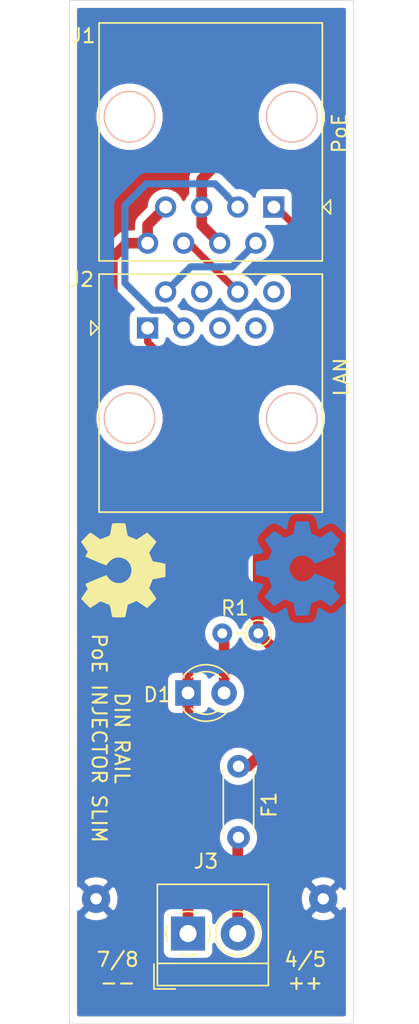
<source format=kicad_pcb>
(kicad_pcb (version 20171130) (host pcbnew 5.1.5+dfsg1-2build2)

  (general
    (thickness 1.6)
    (drawings 9)
    (tracks 54)
    (zones 0)
    (modules 10)
    (nets 14)
  )

  (page A4)
  (title_block
    (title "DIN RAIL POE INJECTOR SLIM")
    (company Galopago)
  )

  (layers
    (0 F.Cu signal)
    (31 B.Cu signal)
    (32 B.Adhes user)
    (33 F.Adhes user)
    (34 B.Paste user)
    (35 F.Paste user)
    (36 B.SilkS user)
    (37 F.SilkS user)
    (38 B.Mask user)
    (39 F.Mask user)
    (40 Dwgs.User user)
    (41 Cmts.User user)
    (42 Eco1.User user)
    (43 Eco2.User user)
    (44 Edge.Cuts user)
    (45 Margin user)
    (46 B.CrtYd user)
    (47 F.CrtYd user)
    (48 B.Fab user)
    (49 F.Fab user)
  )

  (setup
    (last_trace_width 0.75)
    (trace_clearance 0.2)
    (zone_clearance 0.508)
    (zone_45_only no)
    (trace_min 0.2)
    (via_size 0.8)
    (via_drill 0.4)
    (via_min_size 0.4)
    (via_min_drill 0.3)
    (uvia_size 0.3)
    (uvia_drill 0.1)
    (uvias_allowed no)
    (uvia_min_size 0.2)
    (uvia_min_drill 0.1)
    (edge_width 0.05)
    (segment_width 0.2)
    (pcb_text_width 0.3)
    (pcb_text_size 1.5 1.5)
    (mod_edge_width 0.12)
    (mod_text_size 1 1)
    (mod_text_width 0.15)
    (pad_size 1.524 1.524)
    (pad_drill 0.762)
    (pad_to_mask_clearance 0.051)
    (solder_mask_min_width 0.25)
    (aux_axis_origin 0 0)
    (visible_elements FFFFFF7F)
    (pcbplotparams
      (layerselection 0x010f0_ffffffff)
      (usegerberextensions false)
      (usegerberattributes false)
      (usegerberadvancedattributes false)
      (creategerberjobfile false)
      (excludeedgelayer true)
      (linewidth 0.100000)
      (plotframeref false)
      (viasonmask false)
      (mode 1)
      (useauxorigin false)
      (hpglpennumber 1)
      (hpglpenspeed 20)
      (hpglpendiameter 15.000000)
      (psnegative false)
      (psa4output false)
      (plotreference true)
      (plotvalue true)
      (plotinvisibletext false)
      (padsonsilk false)
      (subtractmaskfromsilk false)
      (outputformat 1)
      (mirror false)
      (drillshape 0)
      (scaleselection 1)
      (outputdirectory "gerber/single/"))
  )

  (net 0 "")
  (net 1 "Net-(J1-Pad1)")
  (net 2 "Net-(J1-Pad2)")
  (net 3 "Net-(J1-Pad3)")
  (net 4 "Net-(J1-Pad6)")
  (net 5 "Net-(J2-Pad4)")
  (net 6 "Net-(J2-Pad5)")
  (net 7 "Net-(J2-Pad7)")
  (net 8 "Net-(J2-Pad8)")
  (net 9 "Net-(D1-Pad2)")
  (net 10 "Net-(D1-Pad1)")
  (net 11 "Net-(F1-Pad2)")
  (net 12 "Net-(F1-Pad1)")
  (net 13 "Net-(J4-Pad1)")

  (net_class Default "This is the default net class."
    (clearance 0.2)
    (trace_width 0.75)
    (via_dia 0.8)
    (via_drill 0.4)
    (uvia_dia 0.3)
    (uvia_drill 0.1)
    (add_net "Net-(D1-Pad1)")
    (add_net "Net-(D1-Pad2)")
    (add_net "Net-(F1-Pad1)")
    (add_net "Net-(F1-Pad2)")
    (add_net "Net-(J1-Pad1)")
    (add_net "Net-(J1-Pad2)")
    (add_net "Net-(J1-Pad3)")
    (add_net "Net-(J1-Pad6)")
    (add_net "Net-(J2-Pad4)")
    (add_net "Net-(J2-Pad5)")
    (add_net "Net-(J2-Pad7)")
    (add_net "Net-(J2-Pad8)")
    (add_net "Net-(J4-Pad1)")
  )

  (module Symbol:OSHW-Symbol_6.7x6mm_Copper (layer B.Cu) (tedit 0) (tstamp 60EFCCB4)
    (at 125.095 139.954 270)
    (descr "Open Source Hardware Symbol")
    (tags "Logo Symbol OSHW")
    (attr virtual)
    (fp_text reference REF** (at 0 0 90) (layer B.SilkS) hide
      (effects (font (size 1 1) (thickness 0.15)) (justify mirror))
    )
    (fp_text value OSHW-Symbol_6.7x6mm_Copper (at 0.75 0 90) (layer B.Fab) hide
      (effects (font (size 1 1) (thickness 0.15)) (justify mirror))
    )
    (fp_poly (pts (xy 0.555814 2.531069) (xy 0.639635 2.086445) (xy 0.94892 1.958947) (xy 1.258206 1.831449)
      (xy 1.629246 2.083754) (xy 1.733157 2.154004) (xy 1.827087 2.216728) (xy 1.906652 2.269062)
      (xy 1.96747 2.308143) (xy 2.005157 2.331107) (xy 2.015421 2.336058) (xy 2.03391 2.323324)
      (xy 2.07342 2.288118) (xy 2.129522 2.234938) (xy 2.197787 2.168282) (xy 2.273786 2.092646)
      (xy 2.353092 2.012528) (xy 2.431275 1.932426) (xy 2.503907 1.856836) (xy 2.566559 1.790255)
      (xy 2.614803 1.737182) (xy 2.64421 1.702113) (xy 2.651241 1.690377) (xy 2.641123 1.66874)
      (xy 2.612759 1.621338) (xy 2.569129 1.552807) (xy 2.513218 1.467785) (xy 2.448006 1.370907)
      (xy 2.410219 1.31565) (xy 2.341343 1.214752) (xy 2.28014 1.123701) (xy 2.229578 1.04703)
      (xy 2.192628 0.989272) (xy 2.172258 0.954957) (xy 2.169197 0.947746) (xy 2.176136 0.927252)
      (xy 2.195051 0.879487) (xy 2.223087 0.811168) (xy 2.257391 0.729011) (xy 2.295109 0.63973)
      (xy 2.333387 0.550042) (xy 2.36937 0.466662) (xy 2.400206 0.396306) (xy 2.423039 0.34569)
      (xy 2.435017 0.321529) (xy 2.435724 0.320578) (xy 2.454531 0.315964) (xy 2.504618 0.305672)
      (xy 2.580793 0.290713) (xy 2.677865 0.272099) (xy 2.790643 0.250841) (xy 2.856442 0.238582)
      (xy 2.97695 0.215638) (xy 3.085797 0.193805) (xy 3.177476 0.174278) (xy 3.246481 0.158252)
      (xy 3.287304 0.146921) (xy 3.295511 0.143326) (xy 3.303548 0.118994) (xy 3.310033 0.064041)
      (xy 3.31497 -0.015108) (xy 3.318364 -0.112026) (xy 3.320218 -0.220287) (xy 3.320538 -0.333465)
      (xy 3.319327 -0.445135) (xy 3.31659 -0.548868) (xy 3.312331 -0.638241) (xy 3.306555 -0.706826)
      (xy 3.299267 -0.748197) (xy 3.294895 -0.75681) (xy 3.268764 -0.767133) (xy 3.213393 -0.781892)
      (xy 3.136107 -0.799352) (xy 3.04423 -0.81778) (xy 3.012158 -0.823741) (xy 2.857524 -0.852066)
      (xy 2.735375 -0.874876) (xy 2.641673 -0.89308) (xy 2.572384 -0.907583) (xy 2.523471 -0.919292)
      (xy 2.490897 -0.929115) (xy 2.470628 -0.937956) (xy 2.458626 -0.946724) (xy 2.456947 -0.948457)
      (xy 2.440184 -0.976371) (xy 2.414614 -1.030695) (xy 2.382788 -1.104777) (xy 2.34726 -1.191965)
      (xy 2.310583 -1.285608) (xy 2.275311 -1.379052) (xy 2.243996 -1.465647) (xy 2.219193 -1.53874)
      (xy 2.203454 -1.591678) (xy 2.199332 -1.617811) (xy 2.199676 -1.618726) (xy 2.213641 -1.640086)
      (xy 2.245322 -1.687084) (xy 2.291391 -1.754827) (xy 2.348518 -1.838423) (xy 2.413373 -1.932982)
      (xy 2.431843 -1.959854) (xy 2.497699 -2.057275) (xy 2.55565 -2.146163) (xy 2.602538 -2.221412)
      (xy 2.635207 -2.27792) (xy 2.6505 -2.310581) (xy 2.651241 -2.314593) (xy 2.638392 -2.335684)
      (xy 2.602888 -2.377464) (xy 2.549293 -2.435445) (xy 2.482171 -2.505135) (xy 2.406087 -2.582045)
      (xy 2.325604 -2.661683) (xy 2.245287 -2.739561) (xy 2.169699 -2.811186) (xy 2.103405 -2.87207)
      (xy 2.050969 -2.917721) (xy 2.016955 -2.94365) (xy 2.007545 -2.947883) (xy 1.985643 -2.937912)
      (xy 1.9408 -2.91102) (xy 1.880321 -2.871736) (xy 1.833789 -2.840117) (xy 1.749475 -2.782098)
      (xy 1.649626 -2.713784) (xy 1.549473 -2.645579) (xy 1.495627 -2.609075) (xy 1.313371 -2.4858)
      (xy 1.160381 -2.56852) (xy 1.090682 -2.604759) (xy 1.031414 -2.632926) (xy 0.991311 -2.648991)
      (xy 0.981103 -2.651226) (xy 0.968829 -2.634722) (xy 0.944613 -2.588082) (xy 0.910263 -2.515609)
      (xy 0.867588 -2.421606) (xy 0.818394 -2.310374) (xy 0.76449 -2.186215) (xy 0.707684 -2.053432)
      (xy 0.649782 -1.916327) (xy 0.592593 -1.779202) (xy 0.537924 -1.646358) (xy 0.487584 -1.522098)
      (xy 0.44338 -1.410725) (xy 0.407119 -1.316539) (xy 0.380609 -1.243844) (xy 0.365658 -1.196941)
      (xy 0.363254 -1.180833) (xy 0.382311 -1.160286) (xy 0.424036 -1.126933) (xy 0.479706 -1.087702)
      (xy 0.484378 -1.084599) (xy 0.628264 -0.969423) (xy 0.744283 -0.835053) (xy 0.83143 -0.685784)
      (xy 0.888699 -0.525913) (xy 0.915086 -0.359737) (xy 0.909585 -0.191552) (xy 0.87119 -0.025655)
      (xy 0.798895 0.133658) (xy 0.777626 0.168513) (xy 0.666996 0.309263) (xy 0.536302 0.422286)
      (xy 0.390064 0.506997) (xy 0.232808 0.562806) (xy 0.069057 0.589126) (xy -0.096667 0.58537)
      (xy -0.259838 0.55095) (xy -0.415935 0.485277) (xy -0.560433 0.387765) (xy -0.605131 0.348187)
      (xy -0.718888 0.224297) (xy -0.801782 0.093876) (xy -0.858644 -0.052315) (xy -0.890313 -0.197088)
      (xy -0.898131 -0.35986) (xy -0.872062 -0.52344) (xy -0.814755 -0.682298) (xy -0.728856 -0.830906)
      (xy -0.617014 -0.963735) (xy -0.481877 -1.075256) (xy -0.464117 -1.087011) (xy -0.40785 -1.125508)
      (xy -0.365077 -1.158863) (xy -0.344628 -1.18016) (xy -0.344331 -1.180833) (xy -0.348721 -1.203871)
      (xy -0.366124 -1.256157) (xy -0.394732 -1.33339) (xy -0.432735 -1.431268) (xy -0.478326 -1.545491)
      (xy -0.529697 -1.671758) (xy -0.585038 -1.805767) (xy -0.642542 -1.943218) (xy -0.700399 -2.079808)
      (xy -0.756802 -2.211237) (xy -0.809942 -2.333205) (xy -0.85801 -2.441409) (xy -0.899199 -2.531549)
      (xy -0.931699 -2.599323) (xy -0.953703 -2.64043) (xy -0.962564 -2.651226) (xy -0.98964 -2.642819)
      (xy -1.040303 -2.620272) (xy -1.105817 -2.587613) (xy -1.141841 -2.56852) (xy -1.294832 -2.4858)
      (xy -1.477088 -2.609075) (xy -1.570125 -2.672228) (xy -1.671985 -2.741727) (xy -1.767438 -2.807165)
      (xy -1.81525 -2.840117) (xy -1.882495 -2.885273) (xy -1.939436 -2.921057) (xy -1.978646 -2.942938)
      (xy -1.991381 -2.947563) (xy -2.009917 -2.935085) (xy -2.050941 -2.900252) (xy -2.110475 -2.846678)
      (xy -2.184542 -2.777983) (xy -2.269165 -2.697781) (xy -2.322685 -2.646286) (xy -2.416319 -2.554286)
      (xy -2.497241 -2.471999) (xy -2.562177 -2.402945) (xy -2.607858 -2.350644) (xy -2.631011 -2.318616)
      (xy -2.633232 -2.312116) (xy -2.622924 -2.287394) (xy -2.594439 -2.237405) (xy -2.550937 -2.167212)
      (xy -2.495577 -2.081875) (xy -2.43152 -1.986456) (xy -2.413303 -1.959854) (xy -2.346927 -1.863167)
      (xy -2.287378 -1.776117) (xy -2.237984 -1.703595) (xy -2.202075 -1.650493) (xy -2.182981 -1.621703)
      (xy -2.181136 -1.618726) (xy -2.183895 -1.595782) (xy -2.198538 -1.545336) (xy -2.222513 -1.474041)
      (xy -2.253266 -1.388547) (xy -2.288244 -1.295507) (xy -2.324893 -1.201574) (xy -2.360661 -1.113399)
      (xy -2.392994 -1.037634) (xy -2.419338 -0.980931) (xy -2.437142 -0.949943) (xy -2.438407 -0.948457)
      (xy -2.449294 -0.939601) (xy -2.467682 -0.930843) (xy -2.497606 -0.921277) (xy -2.543103 -0.909996)
      (xy -2.608209 -0.896093) (xy -2.696961 -0.878663) (xy -2.813393 -0.856798) (xy -2.961542 -0.829591)
      (xy -2.993618 -0.823741) (xy -3.088686 -0.805374) (xy -3.171565 -0.787405) (xy -3.23493 -0.771569)
      (xy -3.271458 -0.7596) (xy -3.276356 -0.75681) (xy -3.284427 -0.732072) (xy -3.290987 -0.67679)
      (xy -3.296033 -0.597389) (xy -3.299559 -0.500296) (xy -3.301561 -0.391938) (xy -3.302036 -0.27874)
      (xy -3.300977 -0.167128) (xy -3.298382 -0.063529) (xy -3.294246 0.025632) (xy -3.288563 0.093928)
      (xy -3.281331 0.134934) (xy -3.276971 0.143326) (xy -3.252698 0.151792) (xy -3.197426 0.165565)
      (xy -3.116662 0.18345) (xy -3.015912 0.204252) (xy -2.900683 0.226777) (xy -2.837902 0.238582)
      (xy -2.718787 0.260849) (xy -2.612565 0.281021) (xy -2.524427 0.298085) (xy -2.459566 0.311031)
      (xy -2.423174 0.318845) (xy -2.417184 0.320578) (xy -2.407061 0.34011) (xy -2.385662 0.387157)
      (xy -2.355839 0.454997) (xy -2.320445 0.536909) (xy -2.282332 0.626172) (xy -2.244353 0.716065)
      (xy -2.20936 0.799865) (xy -2.180206 0.870853) (xy -2.159743 0.922306) (xy -2.150823 0.947503)
      (xy -2.150657 0.948604) (xy -2.160769 0.968481) (xy -2.189117 1.014223) (xy -2.232723 1.081283)
      (xy -2.288606 1.165116) (xy -2.353787 1.261174) (xy -2.391679 1.31635) (xy -2.460725 1.417519)
      (xy -2.52205 1.50937) (xy -2.572663 1.587256) (xy -2.609571 1.646531) (xy -2.629782 1.682549)
      (xy -2.632701 1.690623) (xy -2.620153 1.709416) (xy -2.585463 1.749543) (xy -2.533063 1.806507)
      (xy -2.467384 1.875815) (xy -2.392856 1.952969) (xy -2.313913 2.033475) (xy -2.234983 2.112837)
      (xy -2.1605 2.18656) (xy -2.094894 2.250148) (xy -2.042596 2.299106) (xy -2.008039 2.328939)
      (xy -1.996478 2.336058) (xy -1.977654 2.326047) (xy -1.932631 2.297922) (xy -1.865787 2.254546)
      (xy -1.781499 2.198782) (xy -1.684144 2.133494) (xy -1.610707 2.083754) (xy -1.239667 1.831449)
      (xy -0.621095 2.086445) (xy -0.537275 2.531069) (xy -0.453454 2.975693) (xy 0.471994 2.975693)
      (xy 0.555814 2.531069)) (layer B.Cu) (width 0.01))
  )

  (module Symbol:OSHW-Symbol_6.7x6mm_SilkScreen (layer F.Cu) (tedit 0) (tstamp 60EFCBE1)
    (at 112.776 140.081 270)
    (descr "Open Source Hardware Symbol")
    (tags "Logo Symbol OSHW")
    (attr virtual)
    (fp_text reference REF** (at 0 0 90) (layer F.SilkS) hide
      (effects (font (size 1 1) (thickness 0.15)))
    )
    (fp_text value OSHW-Symbol_6.7x6mm_SilkScreen (at 0.75 0 90) (layer F.Fab) hide
      (effects (font (size 1 1) (thickness 0.15)))
    )
    (fp_poly (pts (xy 0.555814 -2.531069) (xy 0.639635 -2.086445) (xy 0.94892 -1.958947) (xy 1.258206 -1.831449)
      (xy 1.629246 -2.083754) (xy 1.733157 -2.154004) (xy 1.827087 -2.216728) (xy 1.906652 -2.269062)
      (xy 1.96747 -2.308143) (xy 2.005157 -2.331107) (xy 2.015421 -2.336058) (xy 2.03391 -2.323324)
      (xy 2.07342 -2.288118) (xy 2.129522 -2.234938) (xy 2.197787 -2.168282) (xy 2.273786 -2.092646)
      (xy 2.353092 -2.012528) (xy 2.431275 -1.932426) (xy 2.503907 -1.856836) (xy 2.566559 -1.790255)
      (xy 2.614803 -1.737182) (xy 2.64421 -1.702113) (xy 2.651241 -1.690377) (xy 2.641123 -1.66874)
      (xy 2.612759 -1.621338) (xy 2.569129 -1.552807) (xy 2.513218 -1.467785) (xy 2.448006 -1.370907)
      (xy 2.410219 -1.31565) (xy 2.341343 -1.214752) (xy 2.28014 -1.123701) (xy 2.229578 -1.04703)
      (xy 2.192628 -0.989272) (xy 2.172258 -0.954957) (xy 2.169197 -0.947746) (xy 2.176136 -0.927252)
      (xy 2.195051 -0.879487) (xy 2.223087 -0.811168) (xy 2.257391 -0.729011) (xy 2.295109 -0.63973)
      (xy 2.333387 -0.550042) (xy 2.36937 -0.466662) (xy 2.400206 -0.396306) (xy 2.423039 -0.34569)
      (xy 2.435017 -0.321529) (xy 2.435724 -0.320578) (xy 2.454531 -0.315964) (xy 2.504618 -0.305672)
      (xy 2.580793 -0.290713) (xy 2.677865 -0.272099) (xy 2.790643 -0.250841) (xy 2.856442 -0.238582)
      (xy 2.97695 -0.215638) (xy 3.085797 -0.193805) (xy 3.177476 -0.174278) (xy 3.246481 -0.158252)
      (xy 3.287304 -0.146921) (xy 3.295511 -0.143326) (xy 3.303548 -0.118994) (xy 3.310033 -0.064041)
      (xy 3.31497 0.015108) (xy 3.318364 0.112026) (xy 3.320218 0.220287) (xy 3.320538 0.333465)
      (xy 3.319327 0.445135) (xy 3.31659 0.548868) (xy 3.312331 0.638241) (xy 3.306555 0.706826)
      (xy 3.299267 0.748197) (xy 3.294895 0.75681) (xy 3.268764 0.767133) (xy 3.213393 0.781892)
      (xy 3.136107 0.799352) (xy 3.04423 0.81778) (xy 3.012158 0.823741) (xy 2.857524 0.852066)
      (xy 2.735375 0.874876) (xy 2.641673 0.89308) (xy 2.572384 0.907583) (xy 2.523471 0.919292)
      (xy 2.490897 0.929115) (xy 2.470628 0.937956) (xy 2.458626 0.946724) (xy 2.456947 0.948457)
      (xy 2.440184 0.976371) (xy 2.414614 1.030695) (xy 2.382788 1.104777) (xy 2.34726 1.191965)
      (xy 2.310583 1.285608) (xy 2.275311 1.379052) (xy 2.243996 1.465647) (xy 2.219193 1.53874)
      (xy 2.203454 1.591678) (xy 2.199332 1.617811) (xy 2.199676 1.618726) (xy 2.213641 1.640086)
      (xy 2.245322 1.687084) (xy 2.291391 1.754827) (xy 2.348518 1.838423) (xy 2.413373 1.932982)
      (xy 2.431843 1.959854) (xy 2.497699 2.057275) (xy 2.55565 2.146163) (xy 2.602538 2.221412)
      (xy 2.635207 2.27792) (xy 2.6505 2.310581) (xy 2.651241 2.314593) (xy 2.638392 2.335684)
      (xy 2.602888 2.377464) (xy 2.549293 2.435445) (xy 2.482171 2.505135) (xy 2.406087 2.582045)
      (xy 2.325604 2.661683) (xy 2.245287 2.739561) (xy 2.169699 2.811186) (xy 2.103405 2.87207)
      (xy 2.050969 2.917721) (xy 2.016955 2.94365) (xy 2.007545 2.947883) (xy 1.985643 2.937912)
      (xy 1.9408 2.91102) (xy 1.880321 2.871736) (xy 1.833789 2.840117) (xy 1.749475 2.782098)
      (xy 1.649626 2.713784) (xy 1.549473 2.645579) (xy 1.495627 2.609075) (xy 1.313371 2.4858)
      (xy 1.160381 2.56852) (xy 1.090682 2.604759) (xy 1.031414 2.632926) (xy 0.991311 2.648991)
      (xy 0.981103 2.651226) (xy 0.968829 2.634722) (xy 0.944613 2.588082) (xy 0.910263 2.515609)
      (xy 0.867588 2.421606) (xy 0.818394 2.310374) (xy 0.76449 2.186215) (xy 0.707684 2.053432)
      (xy 0.649782 1.916327) (xy 0.592593 1.779202) (xy 0.537924 1.646358) (xy 0.487584 1.522098)
      (xy 0.44338 1.410725) (xy 0.407119 1.316539) (xy 0.380609 1.243844) (xy 0.365658 1.196941)
      (xy 0.363254 1.180833) (xy 0.382311 1.160286) (xy 0.424036 1.126933) (xy 0.479706 1.087702)
      (xy 0.484378 1.084599) (xy 0.628264 0.969423) (xy 0.744283 0.835053) (xy 0.83143 0.685784)
      (xy 0.888699 0.525913) (xy 0.915086 0.359737) (xy 0.909585 0.191552) (xy 0.87119 0.025655)
      (xy 0.798895 -0.133658) (xy 0.777626 -0.168513) (xy 0.666996 -0.309263) (xy 0.536302 -0.422286)
      (xy 0.390064 -0.506997) (xy 0.232808 -0.562806) (xy 0.069057 -0.589126) (xy -0.096667 -0.58537)
      (xy -0.259838 -0.55095) (xy -0.415935 -0.485277) (xy -0.560433 -0.387765) (xy -0.605131 -0.348187)
      (xy -0.718888 -0.224297) (xy -0.801782 -0.093876) (xy -0.858644 0.052315) (xy -0.890313 0.197088)
      (xy -0.898131 0.35986) (xy -0.872062 0.52344) (xy -0.814755 0.682298) (xy -0.728856 0.830906)
      (xy -0.617014 0.963735) (xy -0.481877 1.075256) (xy -0.464117 1.087011) (xy -0.40785 1.125508)
      (xy -0.365077 1.158863) (xy -0.344628 1.18016) (xy -0.344331 1.180833) (xy -0.348721 1.203871)
      (xy -0.366124 1.256157) (xy -0.394732 1.33339) (xy -0.432735 1.431268) (xy -0.478326 1.545491)
      (xy -0.529697 1.671758) (xy -0.585038 1.805767) (xy -0.642542 1.943218) (xy -0.700399 2.079808)
      (xy -0.756802 2.211237) (xy -0.809942 2.333205) (xy -0.85801 2.441409) (xy -0.899199 2.531549)
      (xy -0.931699 2.599323) (xy -0.953703 2.64043) (xy -0.962564 2.651226) (xy -0.98964 2.642819)
      (xy -1.040303 2.620272) (xy -1.105817 2.587613) (xy -1.141841 2.56852) (xy -1.294832 2.4858)
      (xy -1.477088 2.609075) (xy -1.570125 2.672228) (xy -1.671985 2.741727) (xy -1.767438 2.807165)
      (xy -1.81525 2.840117) (xy -1.882495 2.885273) (xy -1.939436 2.921057) (xy -1.978646 2.942938)
      (xy -1.991381 2.947563) (xy -2.009917 2.935085) (xy -2.050941 2.900252) (xy -2.110475 2.846678)
      (xy -2.184542 2.777983) (xy -2.269165 2.697781) (xy -2.322685 2.646286) (xy -2.416319 2.554286)
      (xy -2.497241 2.471999) (xy -2.562177 2.402945) (xy -2.607858 2.350644) (xy -2.631011 2.318616)
      (xy -2.633232 2.312116) (xy -2.622924 2.287394) (xy -2.594439 2.237405) (xy -2.550937 2.167212)
      (xy -2.495577 2.081875) (xy -2.43152 1.986456) (xy -2.413303 1.959854) (xy -2.346927 1.863167)
      (xy -2.287378 1.776117) (xy -2.237984 1.703595) (xy -2.202075 1.650493) (xy -2.182981 1.621703)
      (xy -2.181136 1.618726) (xy -2.183895 1.595782) (xy -2.198538 1.545336) (xy -2.222513 1.474041)
      (xy -2.253266 1.388547) (xy -2.288244 1.295507) (xy -2.324893 1.201574) (xy -2.360661 1.113399)
      (xy -2.392994 1.037634) (xy -2.419338 0.980931) (xy -2.437142 0.949943) (xy -2.438407 0.948457)
      (xy -2.449294 0.939601) (xy -2.467682 0.930843) (xy -2.497606 0.921277) (xy -2.543103 0.909996)
      (xy -2.608209 0.896093) (xy -2.696961 0.878663) (xy -2.813393 0.856798) (xy -2.961542 0.829591)
      (xy -2.993618 0.823741) (xy -3.088686 0.805374) (xy -3.171565 0.787405) (xy -3.23493 0.771569)
      (xy -3.271458 0.7596) (xy -3.276356 0.75681) (xy -3.284427 0.732072) (xy -3.290987 0.67679)
      (xy -3.296033 0.597389) (xy -3.299559 0.500296) (xy -3.301561 0.391938) (xy -3.302036 0.27874)
      (xy -3.300977 0.167128) (xy -3.298382 0.063529) (xy -3.294246 -0.025632) (xy -3.288563 -0.093928)
      (xy -3.281331 -0.134934) (xy -3.276971 -0.143326) (xy -3.252698 -0.151792) (xy -3.197426 -0.165565)
      (xy -3.116662 -0.18345) (xy -3.015912 -0.204252) (xy -2.900683 -0.226777) (xy -2.837902 -0.238582)
      (xy -2.718787 -0.260849) (xy -2.612565 -0.281021) (xy -2.524427 -0.298085) (xy -2.459566 -0.311031)
      (xy -2.423174 -0.318845) (xy -2.417184 -0.320578) (xy -2.407061 -0.34011) (xy -2.385662 -0.387157)
      (xy -2.355839 -0.454997) (xy -2.320445 -0.536909) (xy -2.282332 -0.626172) (xy -2.244353 -0.716065)
      (xy -2.20936 -0.799865) (xy -2.180206 -0.870853) (xy -2.159743 -0.922306) (xy -2.150823 -0.947503)
      (xy -2.150657 -0.948604) (xy -2.160769 -0.968481) (xy -2.189117 -1.014223) (xy -2.232723 -1.081283)
      (xy -2.288606 -1.165116) (xy -2.353787 -1.261174) (xy -2.391679 -1.31635) (xy -2.460725 -1.417519)
      (xy -2.52205 -1.50937) (xy -2.572663 -1.587256) (xy -2.609571 -1.646531) (xy -2.629782 -1.682549)
      (xy -2.632701 -1.690623) (xy -2.620153 -1.709416) (xy -2.585463 -1.749543) (xy -2.533063 -1.806507)
      (xy -2.467384 -1.875815) (xy -2.392856 -1.952969) (xy -2.313913 -2.033475) (xy -2.234983 -2.112837)
      (xy -2.1605 -2.18656) (xy -2.094894 -2.250148) (xy -2.042596 -2.299106) (xy -2.008039 -2.328939)
      (xy -1.996478 -2.336058) (xy -1.977654 -2.326047) (xy -1.932631 -2.297922) (xy -1.865787 -2.254546)
      (xy -1.781499 -2.198782) (xy -1.684144 -2.133494) (xy -1.610707 -2.083754) (xy -1.239667 -1.831449)
      (xy -0.621095 -2.086445) (xy -0.537275 -2.531069) (xy -0.453454 -2.975693) (xy 0.471994 -2.975693)
      (xy 0.555814 -2.531069)) (layer F.SilkS) (width 0.01))
  )

  (module Connector_Wire:SolderWirePad_1x01_Drill0.8mm (layer F.Cu) (tedit 5A2676A0) (tstamp 60EFBC4D)
    (at 126.873 163.195)
    (descr "Wire solder connection")
    (tags connector)
    (path /60EFD8A2)
    (attr virtual)
    (fp_text reference J5 (at 0 -2.54) (layer F.SilkS) hide
      (effects (font (size 1 1) (thickness 0.15)))
    )
    (fp_text value Conn_01x01_Male (at 0 2.54) (layer F.Fab)
      (effects (font (size 1 1) (thickness 0.15)))
    )
    (fp_line (start 1.5 1.5) (end -1.5 1.5) (layer F.CrtYd) (width 0.05))
    (fp_line (start 1.5 1.5) (end 1.5 -1.5) (layer F.CrtYd) (width 0.05))
    (fp_line (start -1.5 -1.5) (end -1.5 1.5) (layer F.CrtYd) (width 0.05))
    (fp_line (start -1.5 -1.5) (end 1.5 -1.5) (layer F.CrtYd) (width 0.05))
    (fp_text user %R (at 0 0) (layer F.Fab)
      (effects (font (size 1 1) (thickness 0.15)))
    )
    (pad 1 thru_hole circle (at 0 0) (size 1.99898 1.99898) (drill 0.8001) (layers *.Cu *.Mask)
      (net 13 "Net-(J4-Pad1)"))
  )

  (module Connector_Wire:SolderWirePad_1x01_Drill0.8mm (layer F.Cu) (tedit 5A2676A0) (tstamp 60EFBC43)
    (at 110.871 163.195)
    (descr "Wire solder connection")
    (tags connector)
    (path /60EFD211)
    (attr virtual)
    (fp_text reference J4 (at 0 -2.54) (layer F.SilkS) hide
      (effects (font (size 1 1) (thickness 0.15)))
    )
    (fp_text value Conn_01x01_Male (at 0 2.54) (layer F.Fab)
      (effects (font (size 1 1) (thickness 0.15)))
    )
    (fp_line (start 1.5 1.5) (end -1.5 1.5) (layer F.CrtYd) (width 0.05))
    (fp_line (start 1.5 1.5) (end 1.5 -1.5) (layer F.CrtYd) (width 0.05))
    (fp_line (start -1.5 -1.5) (end -1.5 1.5) (layer F.CrtYd) (width 0.05))
    (fp_line (start -1.5 -1.5) (end 1.5 -1.5) (layer F.CrtYd) (width 0.05))
    (fp_text user %R (at 0 0) (layer F.Fab)
      (effects (font (size 1 1) (thickness 0.15)))
    )
    (pad 1 thru_hole circle (at 0 0) (size 1.99898 1.99898) (drill 0.8001) (layers *.Cu *.Mask)
      (net 13 "Net-(J4-Pad1)"))
  )

  (module Connector_RJ:RJ45_OST_PJ012-8P8CX_Vertical (layer F.Cu) (tedit 5C214F77) (tstamp 60EF435E)
    (at 114.5 123.047)
    (descr "RJ45 vertical connector http://www.on-shore.com/wp-content/uploads/2015/09/PJ012-8P8CX.pdf")
    (tags "RJ45 PJ012")
    (path /60EE6923)
    (fp_text reference J2 (at -4.645 -3.413) (layer F.SilkS)
      (effects (font (size 1 1) (thickness 0.15)))
    )
    (fp_text value RJ45 (at 4.59 2.54) (layer F.Fab)
      (effects (font (size 1 1) (thickness 0.15)))
    )
    (fp_line (start -4 0.5) (end -3.5 0) (layer F.Fab) (width 0.12))
    (fp_line (start -4 -0.5) (end -4 0.5) (layer F.Fab) (width 0.12))
    (fp_line (start -3.5 0) (end -4 -0.5) (layer F.Fab) (width 0.12))
    (fp_line (start -4 0.5) (end -3.5 0) (layer F.SilkS) (width 0.12))
    (fp_line (start -4 -0.5) (end -4 0.5) (layer F.SilkS) (width 0.12))
    (fp_line (start -3.5 0) (end -4 -0.5) (layer F.SilkS) (width 0.12))
    (fp_line (start 12.3 -3.79) (end -3.42 -3.79) (layer F.SilkS) (width 0.12))
    (fp_line (start -3.42 -3.79) (end -3.42 12.95) (layer F.SilkS) (width 0.12))
    (fp_line (start -3.8 -4.17) (end 12.69 -4.17) (layer F.CrtYd) (width 0.05))
    (fp_line (start -3.8 -4.17) (end -3.8 13.33) (layer F.CrtYd) (width 0.05))
    (fp_line (start 12.31 -3.79) (end 12.31 12.95) (layer F.SilkS) (width 0.12))
    (fp_line (start 12.31 12.95) (end -3.42 12.95) (layer F.SilkS) (width 0.12))
    (fp_line (start 12.69 -4.17) (end 12.69 13.33) (layer F.CrtYd) (width 0.05))
    (fp_line (start -3.8 13.33) (end 12.69 13.33) (layer F.CrtYd) (width 0.05))
    (fp_text user %R (at 4.7 6.35) (layer F.Fab)
      (effects (font (size 1 1) (thickness 0.15)))
    )
    (fp_line (start 12.195 -3.67) (end -3.305 -3.67) (layer F.Fab) (width 0.1))
    (fp_line (start 12.195 -3.67) (end 12.195 12.83) (layer F.Fab) (width 0.1))
    (fp_line (start 12.195 12.83) (end -3.305 12.83) (layer F.Fab) (width 0.1))
    (fp_line (start -3.305 -3.67) (end -3.305 12.83) (layer F.Fab) (width 0.1))
    (pad "" np_thru_hole circle (at 10.16 6.35) (size 3.65 3.65) (drill 3.45) (layers *.Cu *.SilkS *.Mask))
    (pad "" np_thru_hole circle (at -1.27 6.35) (size 3.65 3.65) (drill 3.45) (layers *.Cu *.SilkS *.Mask))
    (pad 1 thru_hole rect (at 0 0) (size 1.5 1.5) (drill 0.9) (layers *.Cu *.Mask)
      (net 1 "Net-(J1-Pad1)"))
    (pad 2 thru_hole circle (at 1.27 -2.54) (size 1.5 1.5) (drill 0.9) (layers *.Cu *.Mask)
      (net 2 "Net-(J1-Pad2)"))
    (pad 3 thru_hole circle (at 2.54 0) (size 1.5 1.5) (drill 0.9) (layers *.Cu *.Mask)
      (net 3 "Net-(J1-Pad3)"))
    (pad 4 thru_hole circle (at 3.81 -2.54) (size 1.5 1.5) (drill 0.9) (layers *.Cu *.Mask)
      (net 5 "Net-(J2-Pad4)"))
    (pad 5 thru_hole circle (at 5.08 0) (size 1.5 1.5) (drill 0.9) (layers *.Cu *.Mask)
      (net 6 "Net-(J2-Pad5)"))
    (pad 6 thru_hole circle (at 6.35 -2.54) (size 1.5 1.5) (drill 0.9) (layers *.Cu *.Mask)
      (net 4 "Net-(J1-Pad6)"))
    (pad 7 thru_hole circle (at 7.62 0) (size 1.5 1.5) (drill 0.9) (layers *.Cu *.Mask)
      (net 7 "Net-(J2-Pad7)"))
    (pad 8 thru_hole circle (at 8.89 -2.54) (size 1.5 1.5) (drill 0.9) (layers *.Cu *.Mask)
      (net 8 "Net-(J2-Pad8)"))
    (model ${KISYS3DMOD}/Connector_RJ.3dshapes/RJ45_OST_PJ012-8P8CX_Vertical.wrl
      (at (xyz 0 0 0))
      (scale (xyz 1 1 1))
      (rotate (xyz 0 0 0))
    )
  )

  (module Capacitor_THT:C_Disc_D4.3mm_W1.9mm_P5.00mm (layer F.Cu) (tedit 5AE50EF0) (tstamp 60EF42B8)
    (at 120.904 158.877 90)
    (descr "C, Disc series, Radial, pin pitch=5.00mm, , diameter*width=4.3*1.9mm^2, Capacitor, http://www.vishay.com/docs/45233/krseries.pdf")
    (tags "C Disc series Radial pin pitch 5.00mm  diameter 4.3mm width 1.9mm Capacitor")
    (path /60F064C4)
    (fp_text reference F1 (at 2.286 2.159 90) (layer F.SilkS)
      (effects (font (size 1 1) (thickness 0.15)))
    )
    (fp_text value Polyfuse_Small (at 2.5 2.2 90) (layer F.Fab)
      (effects (font (size 1 1) (thickness 0.15)))
    )
    (fp_text user %R (at 2.5 0 90) (layer F.Fab)
      (effects (font (size 0.86 0.86) (thickness 0.129)))
    )
    (fp_line (start 6.05 -1.2) (end -1.05 -1.2) (layer F.CrtYd) (width 0.05))
    (fp_line (start 6.05 1.2) (end 6.05 -1.2) (layer F.CrtYd) (width 0.05))
    (fp_line (start -1.05 1.2) (end 6.05 1.2) (layer F.CrtYd) (width 0.05))
    (fp_line (start -1.05 -1.2) (end -1.05 1.2) (layer F.CrtYd) (width 0.05))
    (fp_line (start 4.77 1.055) (end 4.77 1.07) (layer F.SilkS) (width 0.12))
    (fp_line (start 4.77 -1.07) (end 4.77 -1.055) (layer F.SilkS) (width 0.12))
    (fp_line (start 0.23 1.055) (end 0.23 1.07) (layer F.SilkS) (width 0.12))
    (fp_line (start 0.23 -1.07) (end 0.23 -1.055) (layer F.SilkS) (width 0.12))
    (fp_line (start 0.23 1.07) (end 4.77 1.07) (layer F.SilkS) (width 0.12))
    (fp_line (start 0.23 -1.07) (end 4.77 -1.07) (layer F.SilkS) (width 0.12))
    (fp_line (start 4.65 -0.95) (end 0.35 -0.95) (layer F.Fab) (width 0.1))
    (fp_line (start 4.65 0.95) (end 4.65 -0.95) (layer F.Fab) (width 0.1))
    (fp_line (start 0.35 0.95) (end 4.65 0.95) (layer F.Fab) (width 0.1))
    (fp_line (start 0.35 -0.95) (end 0.35 0.95) (layer F.Fab) (width 0.1))
    (pad 2 thru_hole circle (at 5 0 90) (size 1.6 1.6) (drill 0.8) (layers *.Cu *.Mask)
      (net 11 "Net-(F1-Pad2)"))
    (pad 1 thru_hole circle (at 0 0 90) (size 1.6 1.6) (drill 0.8) (layers *.Cu *.Mask)
      (net 12 "Net-(F1-Pad1)"))
    (model ${KISYS3DMOD}/Capacitor_THT.3dshapes/C_Disc_D4.3mm_W1.9mm_P5.00mm.wrl
      (at (xyz 0 0 0))
      (scale (xyz 1 1 1))
      (rotate (xyz 0 0 0))
    )
  )

  (module Resistor_THT:R_Axial_DIN0204_L3.6mm_D1.6mm_P2.54mm_Vertical (layer F.Cu) (tedit 5AE5139B) (tstamp 60EF38C5)
    (at 122.301 144.526 180)
    (descr "Resistor, Axial_DIN0204 series, Axial, Vertical, pin pitch=2.54mm, 0.167W, length*diameter=3.6*1.6mm^2, http://cdn-reichelt.de/documents/datenblatt/B400/1_4W%23YAG.pdf")
    (tags "Resistor Axial_DIN0204 series Axial Vertical pin pitch 2.54mm 0.167W length 3.6mm diameter 1.6mm")
    (path /60EFAC5C)
    (fp_text reference R1 (at 1.651 1.778) (layer F.SilkS)
      (effects (font (size 1 1) (thickness 0.15)))
    )
    (fp_text value R (at -0.127 2.032) (layer F.Fab)
      (effects (font (size 1 1) (thickness 0.15)))
    )
    (fp_text user %R (at 1.27 -2.413) (layer F.Fab)
      (effects (font (size 1 1) (thickness 0.15)))
    )
    (fp_line (start 3.49 -1.05) (end -1.05 -1.05) (layer F.CrtYd) (width 0.05))
    (fp_line (start 3.49 1.05) (end 3.49 -1.05) (layer F.CrtYd) (width 0.05))
    (fp_line (start -1.05 1.05) (end 3.49 1.05) (layer F.CrtYd) (width 0.05))
    (fp_line (start -1.05 -1.05) (end -1.05 1.05) (layer F.CrtYd) (width 0.05))
    (fp_line (start 0.92 0) (end 1.54 0) (layer F.SilkS) (width 0.12))
    (fp_line (start 0 0) (end 2.54 0) (layer F.Fab) (width 0.1))
    (fp_circle (center 0 0) (end 0.92 0) (layer F.SilkS) (width 0.12))
    (fp_circle (center 0 0) (end 0.8 0) (layer F.Fab) (width 0.1))
    (pad 2 thru_hole oval (at 2.54 0 180) (size 1.4 1.4) (drill 0.7) (layers *.Cu *.Mask)
      (net 9 "Net-(D1-Pad2)"))
    (pad 1 thru_hole circle (at 0 0 180) (size 1.4 1.4) (drill 0.7) (layers *.Cu *.Mask)
      (net 11 "Net-(F1-Pad2)"))
    (model ${KISYS3DMOD}/Resistor_THT.3dshapes/R_Axial_DIN0204_L3.6mm_D1.6mm_P2.54mm_Vertical.wrl
      (at (xyz 0 0 0))
      (scale (xyz 1 1 1))
      (rotate (xyz 0 0 0))
    )
  )

  (module LED_THT:LED_D3.0mm (layer F.Cu) (tedit 587A3A7B) (tstamp 60EF37C8)
    (at 117.348 148.717)
    (descr "LED, diameter 3.0mm, 2 pins")
    (tags "LED diameter 3.0mm 2 pins")
    (path /60EFB389)
    (fp_text reference D1 (at -2.159 0.127) (layer F.SilkS)
      (effects (font (size 1 1) (thickness 0.15)))
    )
    (fp_text value LED_Small (at 1.27 2.96) (layer F.Fab)
      (effects (font (size 1 1) (thickness 0.15)))
    )
    (fp_line (start 3.7 -2.25) (end -1.15 -2.25) (layer F.CrtYd) (width 0.05))
    (fp_line (start 3.7 2.25) (end 3.7 -2.25) (layer F.CrtYd) (width 0.05))
    (fp_line (start -1.15 2.25) (end 3.7 2.25) (layer F.CrtYd) (width 0.05))
    (fp_line (start -1.15 -2.25) (end -1.15 2.25) (layer F.CrtYd) (width 0.05))
    (fp_line (start -0.29 1.08) (end -0.29 1.236) (layer F.SilkS) (width 0.12))
    (fp_line (start -0.29 -1.236) (end -0.29 -1.08) (layer F.SilkS) (width 0.12))
    (fp_line (start -0.23 -1.16619) (end -0.23 1.16619) (layer F.Fab) (width 0.1))
    (fp_circle (center 1.27 0) (end 2.77 0) (layer F.Fab) (width 0.1))
    (fp_arc (start 1.27 0) (end 0.229039 1.08) (angle -87.9) (layer F.SilkS) (width 0.12))
    (fp_arc (start 1.27 0) (end 0.229039 -1.08) (angle 87.9) (layer F.SilkS) (width 0.12))
    (fp_arc (start 1.27 0) (end -0.29 1.235516) (angle -108.8) (layer F.SilkS) (width 0.12))
    (fp_arc (start 1.27 0) (end -0.29 -1.235516) (angle 108.8) (layer F.SilkS) (width 0.12))
    (fp_arc (start 1.27 0) (end -0.23 -1.16619) (angle 284.3) (layer F.Fab) (width 0.1))
    (pad 2 thru_hole circle (at 2.54 0) (size 1.8 1.8) (drill 0.9) (layers *.Cu *.Mask)
      (net 9 "Net-(D1-Pad2)"))
    (pad 1 thru_hole rect (at 0 0) (size 1.8 1.8) (drill 0.9) (layers *.Cu *.Mask)
      (net 10 "Net-(D1-Pad1)"))
    (model ${KISYS3DMOD}/LED_THT.3dshapes/LED_D3.0mm.wrl
      (at (xyz 0 0 0))
      (scale (xyz 1 1 1))
      (rotate (xyz 0 0 0))
    )
  )

  (module TerminalBlock_4Ucon:TerminalBlock_4Ucon_1x02_P3.50mm_Horizontal (layer F.Cu) (tedit 5B294E91) (tstamp 60EF40F6)
    (at 117.348 165.64)
    (descr "Terminal Block 4Ucon ItemNo. 19963, 2 pins, pitch 3.5mm, size 7.7x7mm^2, drill diamater 1.2mm, pad diameter 2.4mm, see http://www.4uconnector.com/online/object/4udrawing/19963.pdf, script-generated using https://github.com/pointhi/kicad-footprint-generator/scripts/TerminalBlock_4Ucon")
    (tags "THT Terminal Block 4Ucon ItemNo. 19963 pitch 3.5mm size 7.7x7mm^2 drill 1.2mm pad 2.4mm")
    (path /60EF3C6B)
    (fp_text reference J3 (at 1.27 -5.08) (layer F.SilkS)
      (effects (font (size 1 1) (thickness 0.15)))
    )
    (fp_text value Conn_01x02_Female (at 1.75 4.66) (layer F.Fab)
      (effects (font (size 1 1) (thickness 0.15)))
    )
    (fp_text user %R (at 1.75 2.9) (layer F.Fab)
      (effects (font (size 1 1) (thickness 0.15)))
    )
    (fp_line (start 6.1 -3.9) (end -2.6 -3.9) (layer F.CrtYd) (width 0.05))
    (fp_line (start 6.1 4.1) (end 6.1 -3.9) (layer F.CrtYd) (width 0.05))
    (fp_line (start -2.6 4.1) (end 6.1 4.1) (layer F.CrtYd) (width 0.05))
    (fp_line (start -2.6 -3.9) (end -2.6 4.1) (layer F.CrtYd) (width 0.05))
    (fp_line (start -2.4 3.9) (end -0.9 3.9) (layer F.SilkS) (width 0.12))
    (fp_line (start -2.4 2.16) (end -2.4 3.9) (layer F.SilkS) (width 0.12))
    (fp_line (start 2.4 0.069) (end 2.4 -0.069) (layer F.Fab) (width 0.1))
    (fp_line (start 3.431 0.069) (end 2.4 0.069) (layer F.Fab) (width 0.1))
    (fp_line (start 3.431 1.1) (end 3.431 0.069) (layer F.Fab) (width 0.1))
    (fp_line (start 3.569 1.1) (end 3.431 1.1) (layer F.Fab) (width 0.1))
    (fp_line (start 3.569 0.069) (end 3.569 1.1) (layer F.Fab) (width 0.1))
    (fp_line (start 4.6 0.069) (end 3.569 0.069) (layer F.Fab) (width 0.1))
    (fp_line (start 4.6 -0.069) (end 4.6 0.069) (layer F.Fab) (width 0.1))
    (fp_line (start 3.569 -0.069) (end 4.6 -0.069) (layer F.Fab) (width 0.1))
    (fp_line (start 3.569 -1.1) (end 3.569 -0.069) (layer F.Fab) (width 0.1))
    (fp_line (start 3.431 -1.1) (end 3.569 -1.1) (layer F.Fab) (width 0.1))
    (fp_line (start 3.431 -0.069) (end 3.431 -1.1) (layer F.Fab) (width 0.1))
    (fp_line (start 2.4 -0.069) (end 3.431 -0.069) (layer F.Fab) (width 0.1))
    (fp_line (start -1.1 0.069) (end -1.1 -0.069) (layer F.Fab) (width 0.1))
    (fp_line (start -0.069 0.069) (end -1.1 0.069) (layer F.Fab) (width 0.1))
    (fp_line (start -0.069 1.1) (end -0.069 0.069) (layer F.Fab) (width 0.1))
    (fp_line (start 0.069 1.1) (end -0.069 1.1) (layer F.Fab) (width 0.1))
    (fp_line (start 0.069 0.069) (end 0.069 1.1) (layer F.Fab) (width 0.1))
    (fp_line (start 1.1 0.069) (end 0.069 0.069) (layer F.Fab) (width 0.1))
    (fp_line (start 1.1 -0.069) (end 1.1 0.069) (layer F.Fab) (width 0.1))
    (fp_line (start 0.069 -0.069) (end 1.1 -0.069) (layer F.Fab) (width 0.1))
    (fp_line (start 0.069 -1.1) (end 0.069 -0.069) (layer F.Fab) (width 0.1))
    (fp_line (start -0.069 -1.1) (end 0.069 -1.1) (layer F.Fab) (width 0.1))
    (fp_line (start -0.069 -0.069) (end -0.069 -1.1) (layer F.Fab) (width 0.1))
    (fp_line (start -1.1 -0.069) (end -0.069 -0.069) (layer F.Fab) (width 0.1))
    (fp_line (start 5.66 -3.46) (end 5.66 3.66) (layer F.SilkS) (width 0.12))
    (fp_line (start -2.16 -3.46) (end -2.16 3.66) (layer F.SilkS) (width 0.12))
    (fp_line (start -2.16 3.66) (end 5.66 3.66) (layer F.SilkS) (width 0.12))
    (fp_line (start -2.16 -3.46) (end 5.66 -3.46) (layer F.SilkS) (width 0.12))
    (fp_line (start -2.16 2.1) (end 5.66 2.1) (layer F.SilkS) (width 0.12))
    (fp_line (start -2.1 2.1) (end 5.6 2.1) (layer F.Fab) (width 0.1))
    (fp_line (start -2.1 2.1) (end -2.1 -3.4) (layer F.Fab) (width 0.1))
    (fp_line (start -0.6 3.6) (end -2.1 2.1) (layer F.Fab) (width 0.1))
    (fp_line (start 5.6 3.6) (end -0.6 3.6) (layer F.Fab) (width 0.1))
    (fp_line (start 5.6 -3.4) (end 5.6 3.6) (layer F.Fab) (width 0.1))
    (fp_line (start -2.1 -3.4) (end 5.6 -3.4) (layer F.Fab) (width 0.1))
    (fp_circle (center 3.5 0) (end 5.055 0) (layer F.SilkS) (width 0.12))
    (fp_circle (center 3.5 0) (end 4.875 0) (layer F.Fab) (width 0.1))
    (fp_circle (center 0 0) (end 1.375 0) (layer F.Fab) (width 0.1))
    (fp_arc (start 0 0) (end -0.608 1.432) (angle -24) (layer F.SilkS) (width 0.12))
    (fp_arc (start 0 0) (end -1.432 -0.608) (angle -46) (layer F.SilkS) (width 0.12))
    (fp_arc (start 0 0) (end 0.608 -1.432) (angle -46) (layer F.SilkS) (width 0.12))
    (fp_arc (start 0 0) (end 1.432 0.608) (angle -46) (layer F.SilkS) (width 0.12))
    (fp_arc (start 0 0) (end 0 1.555) (angle -23) (layer F.SilkS) (width 0.12))
    (pad 2 thru_hole circle (at 3.5 0) (size 2.4 2.4) (drill 1.2) (layers *.Cu *.Mask)
      (net 12 "Net-(F1-Pad1)"))
    (pad 1 thru_hole rect (at 0 0) (size 2.4 2.4) (drill 1.2) (layers *.Cu *.Mask)
      (net 10 "Net-(D1-Pad1)"))
    (model ${KISYS3DMOD}/TerminalBlock_4Ucon.3dshapes/TerminalBlock_4Ucon_1x02_P3.50mm_Horizontal.wrl
      (at (xyz 0 0 0))
      (scale (xyz 1 1 1))
      (rotate (xyz 0 0 0))
    )
  )

  (module Connector_RJ:RJ45_OST_PJ012-8P8CX_Vertical (layer F.Cu) (tedit 5C214F77) (tstamp 60EEA1AB)
    (at 123.39 114.538 180)
    (descr "RJ45 vertical connector http://www.on-shore.com/wp-content/uploads/2015/09/PJ012-8P8CX.pdf")
    (tags "RJ45 PJ012")
    (path /60EE4E51)
    (fp_text reference J1 (at 13.408 12.049) (layer F.SilkS)
      (effects (font (size 1 1) (thickness 0.15)))
    )
    (fp_text value RJ45 (at 4.59 2.54) (layer F.Fab)
      (effects (font (size 1 1) (thickness 0.15)))
    )
    (fp_line (start -4 0.5) (end -3.5 0) (layer F.Fab) (width 0.12))
    (fp_line (start -4 -0.5) (end -4 0.5) (layer F.Fab) (width 0.12))
    (fp_line (start -3.5 0) (end -4 -0.5) (layer F.Fab) (width 0.12))
    (fp_line (start -4 0.5) (end -3.5 0) (layer F.SilkS) (width 0.12))
    (fp_line (start -4 -0.5) (end -4 0.5) (layer F.SilkS) (width 0.12))
    (fp_line (start -3.5 0) (end -4 -0.5) (layer F.SilkS) (width 0.12))
    (fp_line (start 12.3 -3.79) (end -3.42 -3.79) (layer F.SilkS) (width 0.12))
    (fp_line (start -3.42 -3.79) (end -3.42 12.95) (layer F.SilkS) (width 0.12))
    (fp_line (start -3.8 -4.17) (end 12.69 -4.17) (layer F.CrtYd) (width 0.05))
    (fp_line (start -3.8 -4.17) (end -3.8 13.33) (layer F.CrtYd) (width 0.05))
    (fp_line (start 12.31 -3.79) (end 12.31 12.95) (layer F.SilkS) (width 0.12))
    (fp_line (start 12.31 12.95) (end -3.42 12.95) (layer F.SilkS) (width 0.12))
    (fp_line (start 12.69 -4.17) (end 12.69 13.33) (layer F.CrtYd) (width 0.05))
    (fp_line (start -3.8 13.33) (end 12.69 13.33) (layer F.CrtYd) (width 0.05))
    (fp_text user %R (at 4.7 6.35) (layer F.Fab)
      (effects (font (size 1 1) (thickness 0.15)))
    )
    (fp_line (start 12.195 -3.67) (end -3.305 -3.67) (layer F.Fab) (width 0.1))
    (fp_line (start 12.195 -3.67) (end 12.195 12.83) (layer F.Fab) (width 0.1))
    (fp_line (start 12.195 12.83) (end -3.305 12.83) (layer F.Fab) (width 0.1))
    (fp_line (start -3.305 -3.67) (end -3.305 12.83) (layer F.Fab) (width 0.1))
    (pad "" np_thru_hole circle (at 10.16 6.35 180) (size 3.65 3.65) (drill 3.45) (layers *.Cu *.SilkS *.Mask))
    (pad "" np_thru_hole circle (at -1.27 6.35 180) (size 3.65 3.65) (drill 3.45) (layers *.Cu *.SilkS *.Mask))
    (pad 1 thru_hole rect (at 0 0 180) (size 1.5 1.5) (drill 0.9) (layers *.Cu *.Mask)
      (net 1 "Net-(J1-Pad1)"))
    (pad 2 thru_hole circle (at 1.27 -2.54 180) (size 1.5 1.5) (drill 0.9) (layers *.Cu *.Mask)
      (net 2 "Net-(J1-Pad2)"))
    (pad 3 thru_hole circle (at 2.54 0 180) (size 1.5 1.5) (drill 0.9) (layers *.Cu *.Mask)
      (net 3 "Net-(J1-Pad3)"))
    (pad 4 thru_hole circle (at 3.81 -2.54 180) (size 1.5 1.5) (drill 0.9) (layers *.Cu *.Mask)
      (net 11 "Net-(F1-Pad2)"))
    (pad 5 thru_hole circle (at 5.08 0 180) (size 1.5 1.5) (drill 0.9) (layers *.Cu *.Mask)
      (net 11 "Net-(F1-Pad2)"))
    (pad 6 thru_hole circle (at 6.35 -2.54 180) (size 1.5 1.5) (drill 0.9) (layers *.Cu *.Mask)
      (net 4 "Net-(J1-Pad6)"))
    (pad 7 thru_hole circle (at 7.62 0 180) (size 1.5 1.5) (drill 0.9) (layers *.Cu *.Mask)
      (net 10 "Net-(D1-Pad1)"))
    (pad 8 thru_hole circle (at 8.89 -2.54 180) (size 1.5 1.5) (drill 0.9) (layers *.Cu *.Mask)
      (net 10 "Net-(D1-Pad1)"))
    (model ${KISYS3DMOD}/Connector_RJ.3dshapes/RJ45_OST_PJ012-8P8CX_Vertical.wrl
      (at (xyz 0 0 0))
      (scale (xyz 1 1 1))
      (rotate (xyz 0 0 0))
    )
  )

  (gr_text "DIN RAIL\nPoE INJECTOR SLIM" (at 111.887 151.892 -90) (layer F.SilkS) (tstamp 610208C1)
    (effects (font (size 1 1) (thickness 0.15)))
  )
  (gr_text "4/5\n++" (at 125.603 168.275) (layer F.SilkS) (tstamp 60EFC759)
    (effects (font (size 1 1) (thickness 0.15)))
  )
  (gr_text PoE (at 128.016 109.347 90) (layer F.SilkS)
    (effects (font (size 1 1) (thickness 0.15)))
  )
  (gr_text LAN (at 128.143 126.492 90) (layer F.SilkS)
    (effects (font (size 1 1) (thickness 0.15)))
  )
  (gr_text "7/8\n--" (at 112.395 168.275) (layer F.SilkS)
    (effects (font (size 1 1) (thickness 0.15)))
  )
  (gr_line (start 129 100) (end 129 172) (layer Edge.Cuts) (width 0.05))
  (gr_line (start 109 100) (end 109 172) (layer Edge.Cuts) (width 0.05))
  (gr_line (start 109 172) (end 129 172) (layer Edge.Cuts) (width 0.05))
  (gr_line (start 109 100) (end 129 100) (layer Edge.Cuts) (width 0.05))

  (segment (start 123.555 114.538) (end 123.39 114.538) (width 0.5) (layer F.Cu) (net 1))
  (segment (start 124.841 115.824) (end 123.555 114.538) (width 0.5) (layer F.Cu) (net 1))
  (segment (start 124.841 123.317) (end 124.841 115.824) (width 0.5) (layer F.Cu) (net 1))
  (segment (start 123.063 125.095) (end 124.841 123.317) (width 0.5) (layer F.Cu) (net 1))
  (segment (start 115.57 125.095) (end 123.063 125.095) (width 0.5) (layer F.Cu) (net 1))
  (segment (start 114.5 124.025) (end 115.57 125.095) (width 0.5) (layer F.Cu) (net 1))
  (segment (start 114.5 123.047) (end 114.5 124.025) (width 0.5) (layer F.Cu) (net 1))
  (segment (start 120.453 118.745) (end 122.12 117.078) (width 0.5) (layer B.Cu) (net 2))
  (segment (start 117.532 118.745) (end 120.453 118.745) (width 0.5) (layer B.Cu) (net 2))
  (segment (start 115.77 120.507) (end 117.532 118.745) (width 0.5) (layer B.Cu) (net 2))
  (segment (start 115.786 121.793) (end 117.04 123.047) (width 0.5) (layer B.Cu) (net 3))
  (segment (start 112.903 114.427) (end 112.903 119.888) (width 0.5) (layer B.Cu) (net 3))
  (segment (start 114.427 112.903) (end 112.903 114.427) (width 0.5) (layer B.Cu) (net 3))
  (segment (start 119.253 112.903) (end 114.427 112.903) (width 0.5) (layer B.Cu) (net 3))
  (segment (start 114.808 121.793) (end 115.786 121.793) (width 0.5) (layer B.Cu) (net 3))
  (segment (start 112.903 119.888) (end 114.808 121.793) (width 0.5) (layer B.Cu) (net 3))
  (segment (start 120.100001 113.750001) (end 119.253 112.903) (width 0.5) (layer B.Cu) (net 3))
  (segment (start 120.100001 113.788001) (end 120.100001 113.750001) (width 0.5) (layer B.Cu) (net 3))
  (segment (start 120.85 114.538) (end 120.100001 113.788001) (width 0.5) (layer B.Cu) (net 3))
  (segment (start 117.421 117.078) (end 117.04 117.078) (width 0.25) (layer F.Cu) (net 4))
  (segment (start 120.85 120.507) (end 117.421 117.078) (width 0.5) (layer F.Cu) (net 4))
  (segment (start 119.888 144.653) (end 119.761 144.526) (width 0.75) (layer F.Cu) (net 9))
  (segment (start 119.888 148.717) (end 119.888 144.653) (width 0.75) (layer F.Cu) (net 9))
  (segment (start 114.5 115.808) (end 115.77 114.538) (width 0.75) (layer F.Cu) (net 10))
  (segment (start 114.5 117.078) (end 114.5 115.808) (width 0.75) (layer F.Cu) (net 10))
  (segment (start 113.411 125.73) (end 114.3 125.73) (width 0.75) (layer F.Cu) (net 10))
  (segment (start 117.348 128.778) (end 117.348 148.717) (width 0.75) (layer F.Cu) (net 10))
  (segment (start 114.3 125.73) (end 117.348 128.778) (width 0.75) (layer F.Cu) (net 10))
  (segment (start 112.014 118.11) (end 112.014 124.333) (width 0.75) (layer F.Cu) (net 10))
  (segment (start 112.014 124.333) (end 113.411 125.73) (width 0.75) (layer F.Cu) (net 10))
  (segment (start 113.046 117.078) (end 112.014 118.11) (width 0.75) (layer F.Cu) (net 10))
  (segment (start 114.5 117.078) (end 113.046 117.078) (width 0.75) (layer F.Cu) (net 10))
  (segment (start 117.348 163.69) (end 117.348 148.717) (width 0.75) (layer F.Cu) (net 10))
  (segment (start 117.348 165.64) (end 117.348 163.69) (width 0.75) (layer F.Cu) (net 10))
  (segment (start 118.31 112.576) (end 118.31 114.538) (width 0.75) (layer F.Cu) (net 11))
  (segment (start 125.984 124.968) (end 125.984 113.665) (width 0.75) (layer F.Cu) (net 11))
  (segment (start 123.952 111.633) (end 119.253 111.633) (width 0.75) (layer F.Cu) (net 11))
  (segment (start 122.809 126.238) (end 124.714 126.238) (width 0.75) (layer F.Cu) (net 11))
  (segment (start 121.031 128.016) (end 122.809 126.238) (width 0.75) (layer F.Cu) (net 11))
  (segment (start 119.253 111.633) (end 118.31 112.576) (width 0.75) (layer F.Cu) (net 11))
  (segment (start 125.984 113.665) (end 123.952 111.633) (width 0.75) (layer F.Cu) (net 11))
  (segment (start 124.714 126.238) (end 125.984 124.968) (width 0.75) (layer F.Cu) (net 11))
  (segment (start 118.618 116.116) (end 119.58 117.078) (width 0.75) (layer F.Cu) (net 11))
  (segment (start 118.31 115.808) (end 118.618 116.116) (width 0.75) (layer F.Cu) (net 11))
  (segment (start 118.31 114.538) (end 118.31 115.808) (width 0.75) (layer F.Cu) (net 11))
  (segment (start 121.586 153.877) (end 120.904 153.877) (width 0.75) (layer F.Cu) (net 11))
  (segment (start 123.444 152.019) (end 121.586 153.877) (width 0.75) (layer F.Cu) (net 11))
  (segment (start 123.444 145.669) (end 123.444 152.019) (width 0.75) (layer F.Cu) (net 11))
  (segment (start 122.301 144.526) (end 123.444 145.669) (width 0.75) (layer F.Cu) (net 11))
  (segment (start 121.031 142.266051) (end 121.031 128.016) (width 0.75) (layer F.Cu) (net 11))
  (segment (start 122.301 143.536051) (end 121.031 142.266051) (width 0.75) (layer F.Cu) (net 11))
  (segment (start 122.301 144.526) (end 122.301 143.536051) (width 0.75) (layer F.Cu) (net 11))
  (segment (start 120.848 158.933) (end 120.904 158.877) (width 0.5) (layer F.Cu) (net 12))
  (segment (start 120.848 165.64) (end 120.848 158.933) (width 0.75) (layer F.Cu) (net 12))

  (zone (net 13) (net_name "Net-(J4-Pad1)") (layer F.Cu) (tstamp 610210EE) (hatch edge 0.508)
    (connect_pads (clearance 0.508))
    (min_thickness 0.254)
    (fill yes (arc_segments 32) (thermal_gap 0.508) (thermal_bridge_width 0.508))
    (polygon
      (pts
        (xy 128.651 171.831) (xy 109.093 171.831) (xy 109.22 100.203) (xy 128.651 100.203)
      )
    )
    (filled_polygon
      (pts
        (xy 128.340001 162.461732) (xy 128.272399 162.335258) (xy 128.00805 162.239555) (xy 127.052605 163.195) (xy 128.00805 164.150445)
        (xy 128.272399 164.054742) (xy 128.340001 163.91577) (xy 128.340001 171.34) (xy 109.66 171.34) (xy 109.66 164.33005)
        (xy 109.915555 164.33005) (xy 110.011258 164.594399) (xy 110.300787 164.735238) (xy 110.612229 164.816885) (xy 110.933615 164.836205)
        (xy 111.252595 164.792454) (xy 111.556911 164.687314) (xy 111.730742 164.594399) (xy 111.826445 164.33005) (xy 110.871 163.374605)
        (xy 109.915555 164.33005) (xy 109.66 164.33005) (xy 109.66 164.122949) (xy 109.73595 164.150445) (xy 110.691395 163.195)
        (xy 111.050605 163.195) (xy 112.00605 164.150445) (xy 112.270399 164.054742) (xy 112.411238 163.765213) (xy 112.492885 163.453771)
        (xy 112.512205 163.132385) (xy 112.468454 162.813405) (xy 112.363314 162.509089) (xy 112.270399 162.335258) (xy 112.00605 162.239555)
        (xy 111.050605 163.195) (xy 110.691395 163.195) (xy 109.73595 162.239555) (xy 109.66 162.267051) (xy 109.66 162.05995)
        (xy 109.915555 162.05995) (xy 110.871 163.015395) (xy 111.826445 162.05995) (xy 111.730742 161.795601) (xy 111.441213 161.654762)
        (xy 111.129771 161.573115) (xy 110.808385 161.553795) (xy 110.489405 161.597546) (xy 110.185089 161.702686) (xy 110.011258 161.795601)
        (xy 109.915555 162.05995) (xy 109.66 162.05995) (xy 109.66 129.154711) (xy 110.77 129.154711) (xy 110.77 129.639289)
        (xy 110.864536 130.114556) (xy 111.049976 130.562247) (xy 111.319193 130.965159) (xy 111.661841 131.307807) (xy 112.064753 131.577024)
        (xy 112.512444 131.762464) (xy 112.987711 131.857) (xy 113.472289 131.857) (xy 113.947556 131.762464) (xy 114.395247 131.577024)
        (xy 114.798159 131.307807) (xy 115.140807 130.965159) (xy 115.410024 130.562247) (xy 115.595464 130.114556) (xy 115.69 129.639289)
        (xy 115.69 129.154711) (xy 115.595464 128.679444) (xy 115.435923 128.294279) (xy 116.338 129.196356) (xy 116.338001 147.189762)
        (xy 116.323518 147.191188) (xy 116.20382 147.227498) (xy 116.093506 147.286463) (xy 115.996815 147.365815) (xy 115.917463 147.462506)
        (xy 115.858498 147.57282) (xy 115.822188 147.692518) (xy 115.809928 147.817) (xy 115.809928 149.617) (xy 115.822188 149.741482)
        (xy 115.858498 149.86118) (xy 115.917463 149.971494) (xy 115.996815 150.068185) (xy 116.093506 150.147537) (xy 116.20382 150.206502)
        (xy 116.323518 150.242812) (xy 116.338001 150.244238) (xy 116.338 163.739607) (xy 116.338001 163.739617) (xy 116.338001 163.801928)
        (xy 116.148 163.801928) (xy 116.023518 163.814188) (xy 115.90382 163.850498) (xy 115.793506 163.909463) (xy 115.696815 163.988815)
        (xy 115.617463 164.085506) (xy 115.558498 164.19582) (xy 115.522188 164.315518) (xy 115.509928 164.44) (xy 115.509928 166.84)
        (xy 115.522188 166.964482) (xy 115.558498 167.08418) (xy 115.617463 167.194494) (xy 115.696815 167.291185) (xy 115.793506 167.370537)
        (xy 115.90382 167.429502) (xy 116.023518 167.465812) (xy 116.148 167.478072) (xy 118.548 167.478072) (xy 118.672482 167.465812)
        (xy 118.79218 167.429502) (xy 118.902494 167.370537) (xy 118.999185 167.291185) (xy 119.078537 167.194494) (xy 119.137502 167.08418)
        (xy 119.173812 166.964482) (xy 119.186072 166.84) (xy 119.186072 166.422838) (xy 119.221844 166.509199) (xy 119.422662 166.809744)
        (xy 119.678256 167.065338) (xy 119.978801 167.266156) (xy 120.31275 167.404482) (xy 120.667268 167.475) (xy 121.028732 167.475)
        (xy 121.38325 167.404482) (xy 121.717199 167.266156) (xy 122.017744 167.065338) (xy 122.273338 166.809744) (xy 122.474156 166.509199)
        (xy 122.612482 166.17525) (xy 122.683 165.820732) (xy 122.683 165.459268) (xy 122.612482 165.10475) (xy 122.474156 164.770801)
        (xy 122.273338 164.470256) (xy 122.133132 164.33005) (xy 125.917555 164.33005) (xy 126.013258 164.594399) (xy 126.302787 164.735238)
        (xy 126.614229 164.816885) (xy 126.935615 164.836205) (xy 127.254595 164.792454) (xy 127.558911 164.687314) (xy 127.732742 164.594399)
        (xy 127.828445 164.33005) (xy 126.873 163.374605) (xy 125.917555 164.33005) (xy 122.133132 164.33005) (xy 122.017744 164.214662)
        (xy 121.858 164.107924) (xy 121.858 163.257615) (xy 125.231795 163.257615) (xy 125.275546 163.576595) (xy 125.380686 163.880911)
        (xy 125.473601 164.054742) (xy 125.73795 164.150445) (xy 126.693395 163.195) (xy 125.73795 162.239555) (xy 125.473601 162.335258)
        (xy 125.332762 162.624787) (xy 125.251115 162.936229) (xy 125.231795 163.257615) (xy 121.858 163.257615) (xy 121.858 162.05995)
        (xy 125.917555 162.05995) (xy 126.873 163.015395) (xy 127.828445 162.05995) (xy 127.732742 161.795601) (xy 127.443213 161.654762)
        (xy 127.131771 161.573115) (xy 126.810385 161.553795) (xy 126.491405 161.597546) (xy 126.187089 161.702686) (xy 126.013258 161.795601)
        (xy 125.917555 162.05995) (xy 121.858 162.05995) (xy 121.858 159.952396) (xy 122.018637 159.791759) (xy 122.17568 159.556727)
        (xy 122.283853 159.295574) (xy 122.339 159.018335) (xy 122.339 158.735665) (xy 122.283853 158.458426) (xy 122.17568 158.197273)
        (xy 122.018637 157.962241) (xy 121.818759 157.762363) (xy 121.583727 157.60532) (xy 121.322574 157.497147) (xy 121.045335 157.442)
        (xy 120.762665 157.442) (xy 120.485426 157.497147) (xy 120.224273 157.60532) (xy 119.989241 157.762363) (xy 119.789363 157.962241)
        (xy 119.63232 158.197273) (xy 119.524147 158.458426) (xy 119.469 158.735665) (xy 119.469 159.018335) (xy 119.524147 159.295574)
        (xy 119.63232 159.556727) (xy 119.789363 159.791759) (xy 119.838001 159.840397) (xy 119.838 164.107924) (xy 119.678256 164.214662)
        (xy 119.422662 164.470256) (xy 119.221844 164.770801) (xy 119.186072 164.857162) (xy 119.186072 164.44) (xy 119.173812 164.315518)
        (xy 119.137502 164.19582) (xy 119.078537 164.085506) (xy 118.999185 163.988815) (xy 118.902494 163.909463) (xy 118.79218 163.850498)
        (xy 118.672482 163.814188) (xy 118.548 163.801928) (xy 118.358 163.801928) (xy 118.358 150.244238) (xy 118.372482 150.242812)
        (xy 118.49218 150.206502) (xy 118.602494 150.147537) (xy 118.699185 150.068185) (xy 118.778537 149.971494) (xy 118.837502 149.86118)
        (xy 118.843056 149.842873) (xy 118.909495 149.909312) (xy 119.160905 150.077299) (xy 119.440257 150.193011) (xy 119.736816 150.252)
        (xy 120.039184 150.252) (xy 120.335743 150.193011) (xy 120.615095 150.077299) (xy 120.866505 149.909312) (xy 121.080312 149.695505)
        (xy 121.248299 149.444095) (xy 121.364011 149.164743) (xy 121.423 148.868184) (xy 121.423 148.565816) (xy 121.364011 148.269257)
        (xy 121.248299 147.989905) (xy 121.080312 147.738495) (xy 120.898 147.556183) (xy 120.898 145.227295) (xy 120.944061 145.158359)
        (xy 121.031 144.94847) (xy 121.117939 145.158359) (xy 121.264038 145.377013) (xy 121.449987 145.562962) (xy 121.668641 145.709061)
        (xy 121.911595 145.809696) (xy 122.169514 145.861) (xy 122.207645 145.861) (xy 122.434 146.087355) (xy 122.434001 151.600643)
        (xy 121.474548 152.560097) (xy 121.322574 152.497147) (xy 121.045335 152.442) (xy 120.762665 152.442) (xy 120.485426 152.497147)
        (xy 120.224273 152.60532) (xy 119.989241 152.762363) (xy 119.789363 152.962241) (xy 119.63232 153.197273) (xy 119.524147 153.458426)
        (xy 119.469 153.735665) (xy 119.469 154.018335) (xy 119.524147 154.295574) (xy 119.63232 154.556727) (xy 119.789363 154.791759)
        (xy 119.989241 154.991637) (xy 120.224273 155.14868) (xy 120.485426 155.256853) (xy 120.762665 155.312) (xy 121.045335 155.312)
        (xy 121.322574 155.256853) (xy 121.583727 155.14868) (xy 121.818759 154.991637) (xy 122.018637 154.791759) (xy 122.019451 154.790541)
        (xy 122.14984 154.720847) (xy 122.303633 154.594633) (xy 122.335261 154.556094) (xy 124.1231 152.768256) (xy 124.161633 152.736633)
        (xy 124.287847 152.58284) (xy 124.381632 152.40738) (xy 124.439385 152.216994) (xy 124.454 152.068608) (xy 124.458886 152.019)
        (xy 124.454 151.969392) (xy 124.454 145.718604) (xy 124.458886 145.668999) (xy 124.448442 145.562962) (xy 124.439385 145.471006)
        (xy 124.381632 145.28062) (xy 124.287847 145.10516) (xy 124.161633 144.951367) (xy 124.123094 144.919739) (xy 123.636 144.432645)
        (xy 123.636 144.394514) (xy 123.584696 144.136595) (xy 123.484061 143.893641) (xy 123.337962 143.674987) (xy 123.311 143.648025)
        (xy 123.311 143.585655) (xy 123.315886 143.53605) (xy 123.311 143.486443) (xy 123.296385 143.338057) (xy 123.238632 143.147671)
        (xy 123.144847 142.972211) (xy 123.018633 142.818418) (xy 122.980094 142.78679) (xy 122.041 141.847696) (xy 122.041 128.434355)
        (xy 123.227356 127.248) (xy 123.448322 127.248) (xy 123.091841 127.486193) (xy 122.749193 127.828841) (xy 122.479976 128.231753)
        (xy 122.294536 128.679444) (xy 122.2 129.154711) (xy 122.2 129.639289) (xy 122.294536 130.114556) (xy 122.479976 130.562247)
        (xy 122.749193 130.965159) (xy 123.091841 131.307807) (xy 123.494753 131.577024) (xy 123.942444 131.762464) (xy 124.417711 131.857)
        (xy 124.902289 131.857) (xy 125.377556 131.762464) (xy 125.825247 131.577024) (xy 126.228159 131.307807) (xy 126.570807 130.965159)
        (xy 126.840024 130.562247) (xy 127.025464 130.114556) (xy 127.12 129.639289) (xy 127.12 129.154711) (xy 127.025464 128.679444)
        (xy 126.840024 128.231753) (xy 126.570807 127.828841) (xy 126.228159 127.486193) (xy 125.825247 127.216976) (xy 125.377556 127.031536)
        (xy 125.346638 127.025386) (xy 125.431633 126.955633) (xy 125.463261 126.917094) (xy 126.663094 125.717261) (xy 126.701633 125.685633)
        (xy 126.827847 125.53184) (xy 126.921632 125.35638) (xy 126.979385 125.165994) (xy 126.994 125.017608) (xy 126.994 125.017606)
        (xy 126.998886 124.968001) (xy 126.994 124.918396) (xy 126.994 113.714608) (xy 126.998886 113.665) (xy 126.979385 113.467005)
        (xy 126.921632 113.27662) (xy 126.853914 113.149928) (xy 126.827847 113.10116) (xy 126.701633 112.947367) (xy 126.6631 112.915744)
        (xy 124.701261 110.953906) (xy 124.669633 110.915367) (xy 124.51584 110.789153) (xy 124.34038 110.695368) (xy 124.149994 110.637615)
        (xy 124.001608 110.623) (xy 123.952 110.618114) (xy 123.902392 110.623) (xy 119.302604 110.623) (xy 119.252999 110.618114)
        (xy 119.203394 110.623) (xy 119.203392 110.623) (xy 119.055006 110.637615) (xy 118.86462 110.695368) (xy 118.68916 110.789153)
        (xy 118.535367 110.915367) (xy 118.503739 110.953906) (xy 117.630906 111.826739) (xy 117.592367 111.858367) (xy 117.466153 112.01216)
        (xy 117.372369 112.18762) (xy 117.372368 112.187621) (xy 117.314615 112.378006) (xy 117.295114 112.576) (xy 117.3 112.625608)
        (xy 117.300001 113.589314) (xy 117.234201 113.655114) (xy 117.082629 113.881957) (xy 117.04 113.984873) (xy 116.997371 113.881957)
        (xy 116.845799 113.655114) (xy 116.652886 113.462201) (xy 116.426043 113.310629) (xy 116.173989 113.206225) (xy 115.906411 113.153)
        (xy 115.633589 113.153) (xy 115.366011 113.206225) (xy 115.113957 113.310629) (xy 114.887114 113.462201) (xy 114.694201 113.655114)
        (xy 114.542629 113.881957) (xy 114.438225 114.134011) (xy 114.385 114.401589) (xy 114.385 114.494645) (xy 113.820901 115.058744)
        (xy 113.782368 115.090367) (xy 113.750745 115.1289) (xy 113.750744 115.128901) (xy 113.656154 115.24416) (xy 113.562368 115.419621)
        (xy 113.504615 115.610006) (xy 113.485114 115.808) (xy 113.490001 115.857617) (xy 113.490001 116.068) (xy 113.095604 116.068)
        (xy 113.045999 116.063114) (xy 112.996394 116.068) (xy 112.996392 116.068) (xy 112.848006 116.082615) (xy 112.65762 116.140368)
        (xy 112.48216 116.234153) (xy 112.328367 116.360367) (xy 112.296739 116.398906) (xy 111.334906 117.360739) (xy 111.296367 117.392367)
        (xy 111.170153 117.54616) (xy 111.119011 117.641841) (xy 111.076368 117.721621) (xy 111.018615 117.912006) (xy 110.999114 118.11)
        (xy 111.004 118.159608) (xy 111.004001 124.283382) (xy 110.999114 124.333) (xy 111.018615 124.530994) (xy 111.076368 124.721379)
        (xy 111.143294 124.846589) (xy 111.170154 124.89684) (xy 111.296368 125.050633) (xy 111.334901 125.082256) (xy 112.661739 126.409094)
        (xy 112.693367 126.447633) (xy 112.84716 126.573847) (xy 113.02262 126.667632) (xy 113.213006 126.725385) (xy 113.361392 126.74)
        (xy 113.361394 126.74) (xy 113.410999 126.744886) (xy 113.460604 126.74) (xy 113.881645 126.74) (xy 114.332722 127.191077)
        (xy 113.947556 127.031536) (xy 113.472289 126.937) (xy 112.987711 126.937) (xy 112.512444 127.031536) (xy 112.064753 127.216976)
        (xy 111.661841 127.486193) (xy 111.319193 127.828841) (xy 111.049976 128.231753) (xy 110.864536 128.679444) (xy 110.77 129.154711)
        (xy 109.66 129.154711) (xy 109.66 107.945711) (xy 110.77 107.945711) (xy 110.77 108.430289) (xy 110.864536 108.905556)
        (xy 111.049976 109.353247) (xy 111.319193 109.756159) (xy 111.661841 110.098807) (xy 112.064753 110.368024) (xy 112.512444 110.553464)
        (xy 112.987711 110.648) (xy 113.472289 110.648) (xy 113.947556 110.553464) (xy 114.395247 110.368024) (xy 114.798159 110.098807)
        (xy 115.140807 109.756159) (xy 115.410024 109.353247) (xy 115.595464 108.905556) (xy 115.69 108.430289) (xy 115.69 107.945711)
        (xy 122.2 107.945711) (xy 122.2 108.430289) (xy 122.294536 108.905556) (xy 122.479976 109.353247) (xy 122.749193 109.756159)
        (xy 123.091841 110.098807) (xy 123.494753 110.368024) (xy 123.942444 110.553464) (xy 124.417711 110.648) (xy 124.902289 110.648)
        (xy 125.377556 110.553464) (xy 125.825247 110.368024) (xy 126.228159 110.098807) (xy 126.570807 109.756159) (xy 126.840024 109.353247)
        (xy 127.025464 108.905556) (xy 127.12 108.430289) (xy 127.12 107.945711) (xy 127.025464 107.470444) (xy 126.840024 107.022753)
        (xy 126.570807 106.619841) (xy 126.228159 106.277193) (xy 125.825247 106.007976) (xy 125.377556 105.822536) (xy 124.902289 105.728)
        (xy 124.417711 105.728) (xy 123.942444 105.822536) (xy 123.494753 106.007976) (xy 123.091841 106.277193) (xy 122.749193 106.619841)
        (xy 122.479976 107.022753) (xy 122.294536 107.470444) (xy 122.2 107.945711) (xy 115.69 107.945711) (xy 115.595464 107.470444)
        (xy 115.410024 107.022753) (xy 115.140807 106.619841) (xy 114.798159 106.277193) (xy 114.395247 106.007976) (xy 113.947556 105.822536)
        (xy 113.472289 105.728) (xy 112.987711 105.728) (xy 112.512444 105.822536) (xy 112.064753 106.007976) (xy 111.661841 106.277193)
        (xy 111.319193 106.619841) (xy 111.049976 107.022753) (xy 110.864536 107.470444) (xy 110.77 107.945711) (xy 109.66 107.945711)
        (xy 109.66 100.66) (xy 128.34 100.66)
      )
    )
  )
  (zone (net 13) (net_name "Net-(J4-Pad1)") (layer B.Cu) (tstamp 610210EB) (hatch edge 0.508)
    (connect_pads (clearance 0.508))
    (min_thickness 0.254)
    (fill yes (arc_segments 32) (thermal_gap 0.508) (thermal_bridge_width 0.508))
    (polygon
      (pts
        (xy 128.651 100.203) (xy 128.651 171.831) (xy 109.093 171.831) (xy 109.22 100.203)
      )
    )
    (filled_polygon
      (pts
        (xy 128.340001 137.331879) (xy 128.337503 137.329207) (xy 128.257301 137.244583) (xy 128.257176 137.244475) (xy 128.25397 137.241096)
        (xy 128.202475 137.187576) (xy 128.202387 137.187501) (xy 128.1978 137.182767) (xy 128.1058 137.089133) (xy 128.10501 137.088473)
        (xy 128.104361 137.087673) (xy 128.098034 137.081364) (xy 128.015747 137.000442) (xy 128.013648 136.998747) (xy 128.011899 136.996689)
        (xy 128.005432 136.990522) (xy 127.936378 136.925586) (xy 127.930588 136.921121) (xy 127.925648 136.915723) (xy 127.918958 136.909798)
        (xy 127.866657 136.864117) (xy 127.846306 136.849582) (xy 127.827794 136.832759) (xy 127.820588 136.827474) (xy 127.788561 136.804321)
        (xy 127.767525 136.792047) (xy 127.766535 136.791223) (xy 127.763575 136.789611) (xy 127.741945 136.773627) (xy 127.710612 136.758839)
        (xy 127.680676 136.741372) (xy 127.665066 136.735978) (xy 127.656834 136.731496) (xy 127.644511 136.727642) (xy 127.628988 136.720316)
        (xy 127.620552 136.717368) (xy 127.614052 136.715146) (xy 127.584881 136.708269) (xy 127.56262 136.700577) (xy 127.554284 136.699426)
        (xy 127.537622 136.694215) (xy 127.514805 136.69175) (xy 127.492479 136.686487) (xy 127.452867 136.685059) (xy 127.440902 136.683766)
        (xy 127.438889 136.683488) (xy 127.438525 136.683509) (xy 127.413438 136.680799) (xy 127.39058 136.682813) (xy 127.367654 136.681986)
        (xy 127.328505 136.688281) (xy 127.289013 136.69176) (xy 127.266989 136.698173) (xy 127.244331 136.701816) (xy 127.207153 136.715595)
        (xy 127.169088 136.726678) (xy 127.160816 136.73006) (xy 127.136094 136.740368) (xy 127.105369 136.756866) (xy 127.073332 136.770647)
        (xy 127.065537 136.775017) (xy 127.015548 136.803502) (xy 127.009542 136.80775) (xy 127.002891 136.810907) (xy 126.995262 136.815562)
        (xy 126.925069 136.859064) (xy 126.923361 136.860369) (xy 126.921432 136.861334) (xy 126.913902 136.866146) (xy 126.828565 136.921506)
        (xy 126.828119 136.921862) (xy 126.827609 136.922127) (xy 126.820155 136.927056) (xy 126.724737 136.991113) (xy 126.724631 136.991201)
        (xy 126.719847 136.994428) (xy 126.693245 137.012645) (xy 126.693211 137.012673) (xy 126.692632 137.013065) (xy 126.615003 137.066358)
        (xy 126.58699 137.055428) (xy 126.58101 137.023586) (xy 126.55412 136.877162) (xy 126.548355 136.845553) (xy 126.548322 136.845438)
        (xy 126.547121 136.83898) (xy 126.528754 136.743912) (xy 126.527959 136.741235) (xy 126.527675 136.738453) (xy 126.525842 136.729707)
        (xy 126.507873 136.646827) (xy 126.506159 136.6415) (xy 126.505415 136.635945) (xy 126.503308 136.627261) (xy 126.487472 136.563896)
        (xy 126.481248 136.546447) (xy 126.477476 136.5283) (xy 126.474752 136.519789) (xy 126.462783 136.483261) (xy 126.438716 136.428544)
        (xy 126.437501 136.425718) (xy 126.42541 136.393772) (xy 126.420103 136.385256) (xy 126.415077 136.373567) (xy 126.412556 136.369069)
        (xy 126.412493 136.368926) (xy 126.412406 136.368801) (xy 126.410708 136.365772) (xy 126.407918 136.360873) (xy 126.382573 136.325033)
        (xy 126.359348 136.287765) (xy 126.346578 136.274133) (xy 126.335799 136.258891) (xy 126.303979 136.22866) (xy 126.273954 136.196609)
        (xy 126.258779 136.185717) (xy 126.245245 136.172859) (xy 126.208147 136.149376) (xy 126.17248 136.123776) (xy 126.155488 136.116043)
        (xy 126.139706 136.106053) (xy 126.098755 136.090224) (xy 126.058794 136.072038) (xy 126.050318 136.069208) (xy 126.02558 136.061137)
        (xy 125.968418 136.048497) (xy 125.911355 136.035147) (xy 125.903687 136.034183) (xy 125.90362 136.034168) (xy 125.903559 136.034167)
        (xy 125.902488 136.034032) (xy 125.847206 136.027472) (xy 125.834155 136.027206) (xy 125.821295 136.02493) (xy 125.81238 136.024301)
        (xy 125.73298 136.019255) (xy 125.728739 136.0194) (xy 125.724544 136.018775) (xy 125.715616 136.018389) (xy 125.618523 136.014863)
        (xy 125.617288 136.014939) (xy 125.616051 136.014777) (xy 125.607118 136.01455) (xy 125.49876 136.012548) (xy 125.498661 136.012556)
        (xy 125.498559 136.012544) (xy 125.489624 136.012445) (xy 125.376612 136.011971) (xy 125.376604 136.01197) (xy 125.376421 136.01197)
        (xy 125.367668 136.011993) (xy 125.256056 136.013052) (xy 125.255549 136.013107) (xy 125.255036 136.013062) (xy 125.246101 136.013224)
        (xy 125.142503 136.015819) (xy 125.140164 136.016108) (xy 125.137802 136.015953) (xy 125.128873 136.016305) (xy 125.039712 136.020441)
        (xy 125.032496 136.021488) (xy 125.025207 136.021279) (xy 125.016296 136.021958) (xy 124.948 136.027641) (xy 124.923541 136.032111)
        (xy 124.898725 136.033673) (xy 124.889914 136.035164) (xy 124.848908 136.042396) (xy 124.819553 136.050593) (xy 124.789531 136.055808)
        (xy 124.759549 136.067349) (xy 124.728605 136.07599) (xy 124.701408 136.08973) (xy 124.692115 136.093307) (xy 124.679457 136.097807)
        (xy 124.677689 136.09886) (xy 124.672963 136.100679) (xy 124.665005 136.104744) (xy 124.656613 136.109104) (xy 124.634249 136.123657)
        (xy 124.617117 136.132312) (xy 124.603045 136.143307) (xy 124.572136 136.161712) (xy 124.56263 136.170263) (xy 124.551922 136.177231)
        (xy 124.520722 136.207629) (xy 124.518692 136.209215) (xy 124.516567 136.211677) (xy 124.516295 136.211942) (xy 124.479272 136.245245)
        (xy 124.471606 136.255482) (xy 124.462457 136.264396) (xy 124.434232 136.305392) (xy 124.404403 136.345226) (xy 124.398878 136.356742)
        (xy 124.391626 136.367276) (xy 124.3719 136.412978) (xy 124.368826 136.419387) (xy 124.367943 136.420822) (xy 124.367275 136.42262)
        (xy 124.350377 136.457843) (xy 124.347376 136.46626) (xy 124.33891 136.490533) (xy 124.333065 136.514642) (xy 124.324419 136.537899)
        (xy 124.322198 136.546555) (xy 124.308425 136.601827) (xy 124.307847 136.605743) (xy 124.306566 136.609488) (xy 124.304573 136.618199)
        (xy 124.286688 136.698964) (xy 124.286675 136.699075) (xy 124.286638 136.699187) (xy 124.284771 136.707926) (xy 124.263969 136.808676)
        (xy 124.263957 136.808791) (xy 124.262636 136.815305) (xy 124.240111 136.930534) (xy 124.240096 136.930695) (xy 124.239246 136.935048)
        (xy 124.227441 136.997829) (xy 124.227437 136.997871) (xy 124.227316 136.998496) (xy 124.211508 137.08306) (xy 124.194643 137.071617)
        (xy 124.140959 137.034749) (xy 124.140871 137.0347) (xy 124.139425 137.033699) (xy 124.038256 136.964653) (xy 124.038144 136.964592)
        (xy 124.032854 136.961007) (xy 123.941003 136.899681) (xy 123.940947 136.899651) (xy 123.93436 136.895306) (xy 123.856474 136.844692)
        (xy 123.854939 136.843896) (xy 123.85358 136.842822) (xy 123.846027 136.838047) (xy 123.786753 136.801139) (xy 123.777658 136.796642)
        (xy 123.76942 136.790723) (xy 123.761658 136.786296) (xy 123.72564 136.766085) (xy 123.681576 136.746744) (xy 123.678161 136.745057)
        (xy 123.655156 136.732479) (xy 123.648338 136.730333) (xy 123.638429 136.725441) (xy 123.630046 136.722344) (xy 123.621973 136.719425)
        (xy 123.615703 136.71783) (xy 123.611266 136.715882) (xy 123.586305 136.710349) (xy 123.57865 136.708401) (xy 123.53601 136.694982)
        (xy 123.518238 136.69303) (xy 123.500924 136.688624) (xy 123.456306 136.686226) (xy 123.411851 136.681342) (xy 123.394037 136.682879)
        (xy 123.376198 136.68192) (xy 123.331956 136.688235) (xy 123.287407 136.692078) (xy 123.270239 136.697044) (xy 123.252545 136.699569)
        (xy 123.210356 136.714363) (xy 123.167419 136.726782) (xy 123.151541 136.734988) (xy 123.134676 136.740902) (xy 123.09618 136.763599)
        (xy 123.080854 136.77152) (xy 123.076835 136.773246) (xy 123.074759 136.77467) (xy 123.056456 136.784129) (xy 123.04899 136.78904)
        (xy 123.030197 136.801588) (xy 123.00292 136.823939) (xy 122.973827 136.843891) (xy 122.967026 136.849688) (xy 122.926899 136.884378)
        (xy 122.923163 136.888307) (xy 122.91879 136.891509) (xy 122.912171 136.897513) (xy 122.855208 136.949913) (xy 122.855026 136.950116)
        (xy 122.854799 136.950288) (xy 122.84827 136.95639) (xy 122.778962 137.022069) (xy 122.778871 137.022174) (xy 122.774538 137.026302)
        (xy 122.697384 137.10083) (xy 122.697285 137.100947) (xy 122.69394 137.104181) (xy 122.613434 137.183125) (xy 122.613332 137.183246)
        (xy 122.610214 137.186305) (xy 122.530851 137.265235) (xy 122.530749 137.265359) (xy 122.5273 137.268795) (xy 122.453577 137.343278)
        (xy 122.453499 137.343373) (xy 122.448879 137.348075) (xy 122.385291 137.413681) (xy 122.384613 137.414534) (xy 122.383783 137.415242)
        (xy 122.37763 137.421723) (xy 122.328672 137.474021) (xy 122.323531 137.480719) (xy 122.317333 137.486457) (xy 122.311446 137.493181)
        (xy 122.281613 137.527738) (xy 122.254646 137.56596) (xy 122.225833 137.602807) (xy 122.221095 137.610384) (xy 122.213976 137.621944)
        (xy 122.211341 137.62734) (xy 122.209606 137.6298) (xy 122.206281 137.637268) (xy 122.198079 137.649248) (xy 122.179668 137.692214)
        (xy 122.159175 137.734187) (xy 122.155126 137.749487) (xy 122.148882 137.764058) (xy 122.139164 137.809797) (xy 122.127218 137.854936)
        (xy 122.126217 137.870737) (xy 122.122924 137.886237) (xy 122.122276 137.932962) (xy 122.119322 137.979592) (xy 122.121411 137.995295)
        (xy 122.121191 138.011131) (xy 122.129629 138.05708) (xy 122.135791 138.103408) (xy 122.140891 138.118409) (xy 122.143751 138.133984)
        (xy 122.160952 138.177419) (xy 122.175995 138.221667) (xy 122.183909 138.235388) (xy 122.189741 138.250114) (xy 122.193882 138.258033)
        (xy 122.203892 138.276857) (xy 122.213767 138.291717) (xy 122.221474 138.307809) (xy 122.226156 138.315421) (xy 122.254281 138.360444)
        (xy 122.254925 138.36128) (xy 122.255396 138.362222) (xy 122.260208 138.369752) (xy 122.303584 138.436595) (xy 122.303671 138.436704)
        (xy 122.306694 138.441343) (xy 122.362458 138.525631) (xy 122.362558 138.525754) (xy 122.364677 138.528962) (xy 122.429965 138.626317)
        (xy 122.430052 138.626423) (xy 122.431612 138.628761) (xy 122.481352 138.702198) (xy 122.481401 138.702257) (xy 122.482012 138.703169)
        (xy 122.528859 138.772063) (xy 122.445392 138.787798) (xy 122.445366 138.787803) (xy 122.000742 138.871624) (xy 122.000074 138.871819)
        (xy 121.999383 138.871882) (xy 121.940026 138.889352) (xy 121.880842 138.906632) (xy 121.880229 138.906951) (xy 121.879559 138.907148)
        (xy 121.824683 138.935837) (xy 121.770025 138.964261) (xy 121.769483 138.964695) (xy 121.768867 138.965017) (xy 121.720818 139.003649)
        (xy 121.672511 139.042316) (xy 121.672062 139.042849) (xy 121.671522 139.043283) (xy 121.63197 139.09042) (xy 121.592017 139.137827)
        (xy 121.591682 139.138433) (xy 121.591234 139.138967) (xy 121.561312 139.193395) (xy 121.531607 139.247153) (xy 121.531397 139.24781)
        (xy 121.53106 139.248423) (xy 121.51233 139.30747) (xy 121.493582 139.36613) (xy 121.493503 139.366821) (xy 121.493293 139.367483)
        (xy 121.486405 139.428885) (xy 121.47939 139.490227) (xy 121.479447 139.490919) (xy 121.479369 139.49161) (xy 121.479307 139.500546)
        (xy 121.479307 140.425994) (xy 121.479375 140.426684) (xy 121.479308 140.427379) (xy 121.48549 140.489054) (xy 121.491496 140.550304)
        (xy 121.491696 140.550968) (xy 121.491766 140.551662) (xy 121.509764 140.61081) (xy 121.527598 140.669879) (xy 121.527925 140.670494)
        (xy 121.528127 140.671158) (xy 121.557234 140.725618) (xy 121.586237 140.780165) (xy 121.586676 140.780703) (xy 121.587004 140.781317)
        (xy 121.626284 140.829267) (xy 121.665182 140.87696) (xy 121.665714 140.8774) (xy 121.666158 140.877942) (xy 121.714056 140.917392)
        (xy 121.761424 140.956578) (xy 121.762034 140.956908) (xy 121.762572 140.957351) (xy 121.816908 140.986578) (xy 121.871297 141.015986)
        (xy 121.871965 141.016193) (xy 121.872575 141.016521) (xy 121.931498 141.034621) (xy 121.990617 141.052922) (xy 121.991309 141.052995)
        (xy 121.991974 141.053199) (xy 122.000743 141.054916) (xy 122.445314 141.138726) (xy 122.445366 141.138736) (xy 122.528859 141.154476)
        (xy 122.482012 141.22337) (xy 122.48197 141.223448) (xy 122.481043 141.224798) (xy 122.410793 141.328709) (xy 122.41072 141.328843)
        (xy 122.408756 141.331741) (xy 122.346032 141.425671) (xy 122.345956 141.425813) (xy 122.34357 141.429386) (xy 122.291236 141.508951)
        (xy 122.291183 141.509052) (xy 122.287518 141.514669) (xy 122.248437 141.575487) (xy 122.246981 141.578329) (xy 122.245028 141.580851)
        (xy 122.240325 141.588449) (xy 122.217361 141.626136) (xy 122.205687 141.650332) (xy 122.19139 141.673079) (xy 122.187451 141.681101)
        (xy 122.1825 141.691365) (xy 122.175736 141.709798) (xy 122.166569 141.727153) (xy 122.16322 141.738357) (xy 122.163086 141.738634)
        (xy 122.16275 141.739926) (xy 122.154266 141.768307) (xy 122.139471 141.808626) (xy 122.136418 141.828011) (xy 122.130793 141.846826)
        (xy 122.126717 141.889601) (xy 122.120037 141.932011) (xy 122.120807 141.95162) (xy 122.118944 141.971169) (xy 122.123252 142.013905)
        (xy 122.124937 142.056821) (xy 122.129503 142.075914) (xy 122.131472 142.095445) (xy 122.143999 142.136528) (xy 122.153989 142.178302)
        (xy 122.162177 142.196147) (xy 122.167902 142.214921) (xy 122.188169 142.252789) (xy 122.206082 142.291826) (xy 122.217575 142.307733)
        (xy 122.226841 142.325046) (xy 122.231859 142.332441) (xy 122.244593 142.35093) (xy 122.267458 142.378028) (xy 122.287952 142.406971)
        (xy 122.293851 142.413684) (xy 122.329057 142.453194) (xy 122.333034 142.456863) (xy 122.336297 142.461183) (xy 122.342399 142.467711)
        (xy 122.39558 142.523813) (xy 122.395782 142.523988) (xy 122.395951 142.524205) (xy 122.402149 142.530642) (xy 122.468805 142.598906)
        (xy 122.468911 142.598995) (xy 122.473088 142.603251) (xy 122.548723 142.679249) (xy 122.548843 142.679348) (xy 122.552116 142.682633)
        (xy 122.632234 142.761939) (xy 122.632359 142.762041) (xy 122.635443 142.765093) (xy 122.715545 142.843277) (xy 122.715671 142.843378)
        (xy 122.719145 142.846763) (xy 122.794736 142.919395) (xy 122.794829 142.919468) (xy 122.799577 142.923999) (xy 122.866158 142.986651)
        (xy 122.866988 142.987292) (xy 122.867684 142.988083) (xy 122.874255 142.994139) (xy 122.927328 143.042383) (xy 122.934023 143.047368)
        (xy 122.939786 143.053416) (xy 122.946593 143.059205) (xy 122.981662 143.088612) (xy 123.019698 143.114637) (xy 123.056341 143.142578)
        (xy 123.063974 143.147224) (xy 123.07571 143.154255) (xy 123.081835 143.157154) (xy 123.084747 143.159146) (xy 123.098389 143.164988)
        (xy 123.128066 143.179032) (xy 123.180092 143.204563) (xy 123.1845 143.205739) (xy 123.188612 143.207685) (xy 123.244732 143.221808)
        (xy 123.300777 143.23676) (xy 123.305328 143.237057) (xy 123.309741 143.238168) (xy 123.367572 143.241124) (xy 123.425418 143.244904)
        (xy 123.429935 143.244312) (xy 123.434485 143.244545) (xy 123.491847 143.236202) (xy 123.549266 143.228681) (xy 123.55358 143.227224)
        (xy 123.558091 143.226568) (xy 123.612704 143.207256) (xy 123.629496 143.201585) (xy 123.633515 143.200635) (xy 123.636973 143.199059)
        (xy 123.667605 143.188714) (xy 123.675726 143.184985) (xy 123.697363 143.174867) (xy 123.721568 143.160517) (xy 123.747179 143.148848)
        (xy 123.754879 143.144313) (xy 123.802281 143.115949) (xy 123.80583 143.113323) (xy 123.8098 143.11138) (xy 123.817371 143.106633)
        (xy 123.885902 143.063003) (xy 123.886103 143.062845) (xy 123.88634 143.062725) (xy 123.89384 143.057867) (xy 123.978862 143.001956)
        (xy 123.978953 143.001882) (xy 123.984597 142.99814) (xy 124.081475 142.932928) (xy 124.081595 142.932829) (xy 124.085358 142.930294)
        (xy 124.140178 142.892805) (xy 124.211623 142.844035) (xy 124.215181 142.862913) (xy 124.227245 142.927663) (xy 124.227278 142.927779)
        (xy 124.227712 142.930144) (xy 124.250656 143.050652) (xy 124.250693 143.050777) (xy 124.251861 143.056817) (xy 124.273694 143.165664)
        (xy 124.273717 143.165739) (xy 124.275236 143.173122) (xy 124.294763 143.2648) (xy 124.295189 143.266142) (xy 124.295353 143.267541)
        (xy 124.297314 143.276259) (xy 124.31334 143.345264) (xy 124.316277 143.353954) (xy 124.317732 143.363024) (xy 124.320063 143.371651)
        (xy 124.331393 143.412473) (xy 124.346163 143.450726) (xy 124.358326 143.489884) (xy 124.361855 143.498094) (xy 124.36545 143.506301)
        (xy 124.372198 143.518349) (xy 124.377041 143.531286) (xy 124.402677 143.57276) (xy 124.426492 143.615275) (xy 124.435451 143.625781)
        (xy 124.442715 143.637533) (xy 124.475921 143.67324) (xy 124.507538 143.710318) (xy 124.518366 143.718883) (xy 124.527775 143.729001)
        (xy 124.567275 143.757571) (xy 124.605501 143.787809) (xy 124.617794 143.794112) (xy 124.628982 143.802204) (xy 124.673264 143.822552)
        (xy 124.71665 143.844796) (xy 124.729932 143.84859) (xy 124.742479 143.854356) (xy 124.750945 143.857218) (xy 124.775277 143.865255)
        (xy 124.83378 143.878416) (xy 124.892133 143.892029) (xy 124.896985 143.892636) (xy 124.897137 143.89267) (xy 124.89729 143.892674)
        (xy 124.901 143.893138) (xy 124.955953 143.899623) (xy 124.969178 143.899884) (xy 124.982201 143.902173) (xy 124.991116 143.902792)
        (xy 125.070265 143.907729) (xy 125.074546 143.907577) (xy 125.078781 143.908203) (xy 125.087709 143.908578) (xy 125.184627 143.911972)
        (xy 125.185884 143.911893) (xy 125.187134 143.912055) (xy 125.196067 143.91227) (xy 125.304329 143.914124) (xy 125.304434 143.914116)
        (xy 125.304542 143.914128) (xy 125.313477 143.914215) (xy 125.426464 143.914534) (xy 125.426469 143.914535) (xy 125.426655 143.914535)
        (xy 125.426663 143.914534) (xy 125.435405 143.9145) (xy 125.547075 143.913289) (xy 125.547574 143.913235) (xy 125.548081 143.913278)
        (xy 125.557016 143.913104) (xy 125.660748 143.910367) (xy 125.663065 143.910078) (xy 125.665403 143.910228) (xy 125.674332 143.909865)
        (xy 125.763705 143.905606) (xy 125.770834 143.904562) (xy 125.77804 143.904762) (xy 125.78695 143.904073) (xy 125.855535 143.898297)
        (xy 125.879609 143.893873) (xy 125.904049 143.892339) (xy 125.91286 143.89085) (xy 125.954231 143.883562) (xy 125.980744 143.876164)
        (xy 126.007898 143.871711) (xy 126.040751 143.85942) (xy 126.074541 143.849991) (xy 126.091536 143.84141) (xy 126.100269 143.838699)
        (xy 126.109501 143.833698) (xy 126.124884 143.827943) (xy 126.13288 143.823954) (xy 126.141493 143.819582) (xy 126.167146 143.803231)
        (xy 126.18604 143.793691) (xy 126.19211 143.78895) (xy 126.210097 143.779207) (xy 126.227629 143.764681) (xy 126.246823 143.752447)
        (xy 126.275604 143.724931) (xy 126.306279 143.699515) (xy 126.320657 143.681858) (xy 126.337107 143.666131) (xy 126.359999 143.633545)
        (xy 126.385149 143.602659) (xy 126.39582 143.582554) (xy 126.408907 143.563924) (xy 126.425034 143.527508) (xy 126.443705 143.49233)
        (xy 126.447046 143.484042) (xy 126.457369 143.457911) (xy 126.466328 143.426577) (xy 126.47818 143.396218) (xy 126.480542 143.387599)
        (xy 126.495301 143.332229) (xy 126.496568 143.324513) (xy 126.49913 143.317127) (xy 126.50116 143.308424) (xy 126.51862 143.231138)
        (xy 126.51903 143.22786) (xy 126.520036 143.224716) (xy 126.521854 143.215967) (xy 126.540282 143.12409) (xy 126.540289 143.124024)
        (xy 126.54031 143.123954) (xy 126.542004 143.115179) (xy 126.547965 143.083108) (xy 126.547973 143.083016) (xy 126.548267 143.081471)
        (xy 126.576385 142.92797) (xy 126.587008 142.871081) (xy 126.610314 142.861953) (xy 126.614994 142.860186) (xy 126.665989 142.895162)
        (xy 126.692335 142.913271) (xy 126.692472 142.913347) (xy 126.696429 142.916062) (xy 126.79385 142.981918) (xy 126.79462 142.982335)
        (xy 126.795294 142.982891) (xy 126.802746 142.987823) (xy 126.891634 143.045774) (xy 126.893497 143.046744) (xy 126.895153 143.048053)
        (xy 126.902704 143.052831) (xy 126.977954 143.099719) (xy 126.983446 143.102437) (xy 126.988383 143.106081) (xy 126.996088 143.110607)
        (xy 127.052596 143.143276) (xy 127.073696 143.152862) (xy 127.093461 143.16497) (xy 127.101527 143.168816) (xy 127.134188 143.184109)
        (xy 127.148057 143.189018) (xy 127.161032 143.195935) (xy 127.206835 143.20982) (xy 127.251937 143.225783) (xy 127.266481 143.227902)
        (xy 127.280565 143.232172) (xy 127.289342 143.233856) (xy 127.293354 143.234597) (xy 127.334607 143.238108) (xy 127.375546 143.244335)
        (xy 127.396709 143.243392) (xy 127.41781 143.245188) (xy 127.458951 143.24062) (xy 127.500328 143.238777) (xy 127.520908 143.233741)
        (xy 127.541953 143.231404) (xy 127.581437 143.218928) (xy 127.621655 143.209086) (xy 127.640853 143.200154) (xy 127.661055 143.193771)
        (xy 127.697364 143.173863) (xy 127.734903 143.156398) (xy 127.742567 143.151801) (xy 127.763658 143.138952) (xy 127.800268 143.111414)
        (xy 127.838268 143.085824) (xy 127.845118 143.080085) (xy 127.886898 143.044581) (xy 127.893098 143.03817) (xy 127.900283 143.032883)
        (xy 127.906887 143.026863) (xy 127.964868 142.973268) (xy 127.966268 142.971694) (xy 127.967941 142.970409) (xy 127.974421 142.964255)
        (xy 128.044111 142.897132) (xy 128.044128 142.897112) (xy 128.050234 142.891156) (xy 128.127144 142.815072) (xy 128.127221 142.814979)
        (xy 128.131975 142.810241) (xy 128.211613 142.729758) (xy 128.211695 142.729657) (xy 128.216154 142.725122) (xy 128.294032 142.644805)
        (xy 128.294091 142.644731) (xy 128.299124 142.639493) (xy 128.340001 142.596355) (xy 128.340001 162.461732) (xy 128.272399 162.335258)
        (xy 128.00805 162.239555) (xy 127.052605 163.195) (xy 128.00805 164.150445) (xy 128.272399 164.054742) (xy 128.340001 163.91577)
        (xy 128.340001 171.34) (xy 109.66 171.34) (xy 109.66 164.33005) (xy 109.915555 164.33005) (xy 110.011258 164.594399)
        (xy 110.300787 164.735238) (xy 110.612229 164.816885) (xy 110.933615 164.836205) (xy 111.252595 164.792454) (xy 111.556911 164.687314)
        (xy 111.730742 164.594399) (xy 111.786639 164.44) (xy 115.509928 164.44) (xy 115.509928 166.84) (xy 115.522188 166.964482)
        (xy 115.558498 167.08418) (xy 115.617463 167.194494) (xy 115.696815 167.291185) (xy 115.793506 167.370537) (xy 115.90382 167.429502)
        (xy 116.023518 167.465812) (xy 116.148 167.478072) (xy 118.548 167.478072) (xy 118.672482 167.465812) (xy 118.79218 167.429502)
        (xy 118.902494 167.370537) (xy 118.999185 167.291185) (xy 119.078537 167.194494) (xy 119.137502 167.08418) (xy 119.173812 166.964482)
        (xy 119.186072 166.84) (xy 119.186072 166.422838) (xy 119.221844 166.509199) (xy 119.422662 166.809744) (xy 119.678256 167.065338)
        (xy 119.978801 167.266156) (xy 120.31275 167.404482) (xy 120.667268 167.475) (xy 121.028732 167.475) (xy 121.38325 167.404482)
        (xy 121.717199 167.266156) (xy 122.017744 167.065338) (xy 122.273338 166.809744) (xy 122.474156 166.509199) (xy 122.612482 166.17525)
        (xy 122.683 165.820732) (xy 122.683 165.459268) (xy 122.612482 165.10475) (xy 122.474156 164.770801) (xy 122.273338 164.470256)
        (xy 122.133132 164.33005) (xy 125.917555 164.33005) (xy 126.013258 164.594399) (xy 126.302787 164.735238) (xy 126.614229 164.816885)
        (xy 126.935615 164.836205) (xy 127.254595 164.792454) (xy 127.558911 164.687314) (xy 127.732742 164.594399) (xy 127.828445 164.33005)
        (xy 126.873 163.374605) (xy 125.917555 164.33005) (xy 122.133132 164.33005) (xy 122.017744 164.214662) (xy 121.717199 164.013844)
        (xy 121.38325 163.875518) (xy 121.028732 163.805) (xy 120.667268 163.805) (xy 120.31275 163.875518) (xy 119.978801 164.013844)
        (xy 119.678256 164.214662) (xy 119.422662 164.470256) (xy 119.221844 164.770801) (xy 119.186072 164.857162) (xy 119.186072 164.44)
        (xy 119.173812 164.315518) (xy 119.137502 164.19582) (xy 119.078537 164.085506) (xy 118.999185 163.988815) (xy 118.902494 163.909463)
        (xy 118.79218 163.850498) (xy 118.672482 163.814188) (xy 118.548 163.801928) (xy 116.148 163.801928) (xy 116.023518 163.814188)
        (xy 115.90382 163.850498) (xy 115.793506 163.909463) (xy 115.696815 163.988815) (xy 115.617463 164.085506) (xy 115.558498 164.19582)
        (xy 115.522188 164.315518) (xy 115.509928 164.44) (xy 111.786639 164.44) (xy 111.826445 164.33005) (xy 110.871 163.374605)
        (xy 109.915555 164.33005) (xy 109.66 164.33005) (xy 109.66 164.122949) (xy 109.73595 164.150445) (xy 110.691395 163.195)
        (xy 111.050605 163.195) (xy 112.00605 164.150445) (xy 112.270399 164.054742) (xy 112.411238 163.765213) (xy 112.492885 163.453771)
        (xy 112.504676 163.257615) (xy 125.231795 163.257615) (xy 125.275546 163.576595) (xy 125.380686 163.880911) (xy 125.473601 164.054742)
        (xy 125.73795 164.150445) (xy 126.693395 163.195) (xy 125.73795 162.239555) (xy 125.473601 162.335258) (xy 125.332762 162.624787)
        (xy 125.251115 162.936229) (xy 125.231795 163.257615) (xy 112.504676 163.257615) (xy 112.512205 163.132385) (xy 112.468454 162.813405)
        (xy 112.363314 162.509089) (xy 112.270399 162.335258) (xy 112.00605 162.239555) (xy 111.050605 163.195) (xy 110.691395 163.195)
        (xy 109.73595 162.239555) (xy 109.66 162.267051) (xy 109.66 162.05995) (xy 109.915555 162.05995) (xy 110.871 163.015395)
        (xy 111.826445 162.05995) (xy 125.917555 162.05995) (xy 126.873 163.015395) (xy 127.828445 162.05995) (xy 127.732742 161.795601)
        (xy 127.443213 161.654762) (xy 127.131771 161.573115) (xy 126.810385 161.553795) (xy 126.491405 161.597546) (xy 126.187089 161.702686)
        (xy 126.013258 161.795601) (xy 125.917555 162.05995) (xy 111.826445 162.05995) (xy 111.730742 161.795601) (xy 111.441213 161.654762)
        (xy 111.129771 161.573115) (xy 110.808385 161.553795) (xy 110.489405 161.597546) (xy 110.185089 161.702686) (xy 110.011258 161.795601)
        (xy 109.915555 162.05995) (xy 109.66 162.05995) (xy 109.66 158.735665) (xy 119.469 158.735665) (xy 119.469 159.018335)
        (xy 119.524147 159.295574) (xy 119.63232 159.556727) (xy 119.789363 159.791759) (xy 119.989241 159.991637) (xy 120.224273 160.14868)
        (xy 120.485426 160.256853) (xy 120.762665 160.312) (xy 121.045335 160.312) (xy 121.322574 160.256853) (xy 121.583727 160.14868)
        (xy 121.818759 159.991637) (xy 122.018637 159.791759) (xy 122.17568 159.556727) (xy 122.283853 159.295574) (xy 122.339 159.018335)
        (xy 122.339 158.735665) (xy 122.283853 158.458426) (xy 122.17568 158.197273) (xy 122.018637 157.962241) (xy 121.818759 157.762363)
        (xy 121.583727 157.60532) (xy 121.322574 157.497147) (xy 121.045335 157.442) (xy 120.762665 157.442) (xy 120.485426 157.497147)
        (xy 120.224273 157.60532) (xy 119.989241 157.762363) (xy 119.789363 157.962241) (xy 119.63232 158.197273) (xy 119.524147 158.458426)
        (xy 119.469 158.735665) (xy 109.66 158.735665) (xy 109.66 153.735665) (xy 119.469 153.735665) (xy 119.469 154.018335)
        (xy 119.524147 154.295574) (xy 119.63232 154.556727) (xy 119.789363 154.791759) (xy 119.989241 154.991637) (xy 120.224273 155.14868)
        (xy 120.485426 155.256853) (xy 120.762665 155.312) (xy 121.045335 155.312) (xy 121.322574 155.256853) (xy 121.583727 155.14868)
        (xy 121.818759 154.991637) (xy 122.018637 154.791759) (xy 122.17568 154.556727) (xy 122.283853 154.295574) (xy 122.339 154.018335)
        (xy 122.339 153.735665) (xy 122.283853 153.458426) (xy 122.17568 153.197273) (xy 122.018637 152.962241) (xy 121.818759 152.762363)
        (xy 121.583727 152.60532) (xy 121.322574 152.497147) (xy 121.045335 152.442) (xy 120.762665 152.442) (xy 120.485426 152.497147)
        (xy 120.224273 152.60532) (xy 119.989241 152.762363) (xy 119.789363 152.962241) (xy 119.63232 153.197273) (xy 119.524147 153.458426)
        (xy 119.469 153.735665) (xy 109.66 153.735665) (xy 109.66 147.817) (xy 115.809928 147.817) (xy 115.809928 149.617)
        (xy 115.822188 149.741482) (xy 115.858498 149.86118) (xy 115.917463 149.971494) (xy 115.996815 150.068185) (xy 116.093506 150.147537)
        (xy 116.20382 150.206502) (xy 116.323518 150.242812) (xy 116.448 150.255072) (xy 118.248 150.255072) (xy 118.372482 150.242812)
        (xy 118.49218 150.206502) (xy 118.602494 150.147537) (xy 118.699185 150.068185) (xy 118.778537 149.971494) (xy 118.837502 149.86118)
        (xy 118.843056 149.842873) (xy 118.909495 149.909312) (xy 119.160905 150.077299) (xy 119.440257 150.193011) (xy 119.736816 150.252)
        (xy 120.039184 150.252) (xy 120.335743 150.193011) (xy 120.615095 150.077299) (xy 120.866505 149.909312) (xy 121.080312 149.695505)
        (xy 121.248299 149.444095) (xy 121.364011 149.164743) (xy 121.423 148.868184) (xy 121.423 148.565816) (xy 121.364011 148.269257)
        (xy 121.248299 147.989905) (xy 121.080312 147.738495) (xy 120.866505 147.524688) (xy 120.615095 147.356701) (xy 120.335743 147.240989)
        (xy 120.039184 147.182) (xy 119.736816 147.182) (xy 119.440257 147.240989) (xy 119.160905 147.356701) (xy 118.909495 147.524688)
        (xy 118.843056 147.591127) (xy 118.837502 147.57282) (xy 118.778537 147.462506) (xy 118.699185 147.365815) (xy 118.602494 147.286463)
        (xy 118.49218 147.227498) (xy 118.372482 147.191188) (xy 118.248 147.178928) (xy 116.448 147.178928) (xy 116.323518 147.191188)
        (xy 116.20382 147.227498) (xy 116.093506 147.286463) (xy 115.996815 147.365815) (xy 115.917463 147.462506) (xy 115.858498 147.57282)
        (xy 115.822188 147.692518) (xy 115.809928 147.817) (xy 109.66 147.817) (xy 109.66 144.394514) (xy 118.426 144.394514)
        (xy 118.426 144.657486) (xy 118.477304 144.915405) (xy 118.577939 145.158359) (xy 118.724038 145.377013) (xy 118.909987 145.562962)
        (xy 119.128641 145.709061) (xy 119.371595 145.809696) (xy 119.629514 145.861) (xy 119.892486 145.861) (xy 120.150405 145.809696)
        (xy 120.393359 145.709061) (xy 120.612013 145.562962) (xy 120.797962 145.377013) (xy 120.944061 145.158359) (xy 121.031 144.94847)
        (xy 121.117939 145.158359) (xy 121.264038 145.377013) (xy 121.449987 145.562962) (xy 121.668641 145.709061) (xy 121.911595 145.809696)
        (xy 122.169514 145.861) (xy 122.432486 145.861) (xy 122.690405 145.809696) (xy 122.933359 145.709061) (xy 123.152013 145.562962)
        (xy 123.337962 145.377013) (xy 123.484061 145.158359) (xy 123.584696 144.915405) (xy 123.636 144.657486) (xy 123.636 144.394514)
        (xy 123.584696 144.136595) (xy 123.484061 143.893641) (xy 123.337962 143.674987) (xy 123.152013 143.489038) (xy 122.933359 143.342939)
        (xy 122.690405 143.242304) (xy 122.432486 143.191) (xy 122.169514 143.191) (xy 121.911595 143.242304) (xy 121.668641 143.342939)
        (xy 121.449987 143.489038) (xy 121.264038 143.674987) (xy 121.117939 143.893641) (xy 121.031 144.10353) (xy 120.944061 143.893641)
        (xy 120.797962 143.674987) (xy 120.612013 143.489038) (xy 120.393359 143.342939) (xy 120.150405 143.242304) (xy 119.892486 143.191)
        (xy 119.629514 143.191) (xy 119.371595 143.242304) (xy 119.128641 143.342939) (xy 118.909987 143.489038) (xy 118.724038 143.674987)
        (xy 118.577939 143.893641) (xy 118.477304 144.136595) (xy 118.426 144.394514) (xy 109.66 144.394514) (xy 109.66 129.154711)
        (xy 110.77 129.154711) (xy 110.77 129.639289) (xy 110.864536 130.114556) (xy 111.049976 130.562247) (xy 111.319193 130.965159)
        (xy 111.661841 131.307807) (xy 112.064753 131.577024) (xy 112.512444 131.762464) (xy 112.987711 131.857) (xy 113.472289 131.857)
        (xy 113.947556 131.762464) (xy 114.395247 131.577024) (xy 114.798159 131.307807) (xy 115.140807 130.965159) (xy 115.410024 130.562247)
        (xy 115.595464 130.114556) (xy 115.69 129.639289) (xy 115.69 129.154711) (xy 122.2 129.154711) (xy 122.2 129.639289)
        (xy 122.294536 130.114556) (xy 122.479976 130.562247) (xy 122.749193 130.965159) (xy 123.091841 131.307807) (xy 123.494753 131.577024)
        (xy 123.942444 131.762464) (xy 124.417711 131.857) (xy 124.902289 131.857) (xy 125.377556 131.762464) (xy 125.825247 131.577024)
        (xy 126.228159 131.307807) (xy 126.570807 130.965159) (xy 126.840024 130.562247) (xy 127.025464 130.114556) (xy 127.12 129.639289)
        (xy 127.12 129.154711) (xy 127.025464 128.679444) (xy 126.840024 128.231753) (xy 126.570807 127.828841) (xy 126.228159 127.486193)
        (xy 125.825247 127.216976) (xy 125.377556 127.031536) (xy 124.902289 126.937) (xy 124.417711 126.937) (xy 123.942444 127.031536)
        (xy 123.494753 127.216976) (xy 123.091841 127.486193) (xy 122.749193 127.828841) (xy 122.479976 128.231753) (xy 122.294536 128.679444)
        (xy 122.2 129.154711) (xy 115.69 129.154711) (xy 115.595464 128.679444) (xy 115.410024 128.231753) (xy 115.140807 127.828841)
        (xy 114.798159 127.486193) (xy 114.395247 127.216976) (xy 113.947556 127.031536) (xy 113.472289 126.937) (xy 112.987711 126.937)
        (xy 112.512444 127.031536) (xy 112.064753 127.216976) (xy 111.661841 127.486193) (xy 111.319193 127.828841) (xy 111.049976 128.231753)
        (xy 110.864536 128.679444) (xy 110.77 129.154711) (xy 109.66 129.154711) (xy 109.66 114.427) (xy 112.013719 114.427)
        (xy 112.018 114.470469) (xy 112.018001 119.844521) (xy 112.013719 119.888) (xy 112.030805 120.06149) (xy 112.081412 120.228313)
        (xy 112.16359 120.382059) (xy 112.246468 120.483046) (xy 112.246471 120.483049) (xy 112.274184 120.516817) (xy 112.307951 120.544529)
        (xy 113.483076 121.719655) (xy 113.395506 121.766463) (xy 113.298815 121.845815) (xy 113.219463 121.942506) (xy 113.160498 122.05282)
        (xy 113.124188 122.172518) (xy 113.111928 122.297) (xy 113.111928 123.797) (xy 113.124188 123.921482) (xy 113.160498 124.04118)
        (xy 113.219463 124.151494) (xy 113.298815 124.248185) (xy 113.395506 124.327537) (xy 113.50582 124.386502) (xy 113.625518 124.422812)
        (xy 113.75 124.435072) (xy 115.25 124.435072) (xy 115.374482 124.422812) (xy 115.49418 124.386502) (xy 115.604494 124.327537)
        (xy 115.701185 124.248185) (xy 115.780537 124.151494) (xy 115.839502 124.04118) (xy 115.875812 123.921482) (xy 115.886445 123.813517)
        (xy 115.964201 123.929886) (xy 116.157114 124.122799) (xy 116.383957 124.274371) (xy 116.636011 124.378775) (xy 116.903589 124.432)
        (xy 117.176411 124.432) (xy 117.443989 124.378775) (xy 117.696043 124.274371) (xy 117.922886 124.122799) (xy 118.115799 123.929886)
        (xy 118.267371 123.703043) (xy 118.31 123.600127) (xy 118.352629 123.703043) (xy 118.504201 123.929886) (xy 118.697114 124.122799)
        (xy 118.923957 124.274371) (xy 119.176011 124.378775) (xy 119.443589 124.432) (xy 119.716411 124.432) (xy 119.983989 124.378775)
        (xy 120.236043 124.274371) (xy 120.462886 124.122799) (xy 120.655799 123.929886) (xy 120.807371 123.703043) (xy 120.85 123.600127)
        (xy 120.892629 123.703043) (xy 121.044201 123.929886) (xy 121.237114 124.122799) (xy 121.463957 124.274371) (xy 121.716011 124.378775)
        (xy 121.983589 124.432) (xy 122.256411 124.432) (xy 122.523989 124.378775) (xy 122.776043 124.274371) (xy 123.002886 124.122799)
        (xy 123.195799 123.929886) (xy 123.347371 123.703043) (xy 123.451775 123.450989) (xy 123.505 123.183411) (xy 123.505 122.910589)
        (xy 123.451775 122.643011) (xy 123.347371 122.390957) (xy 123.195799 122.164114) (xy 123.002886 121.971201) (xy 122.776043 121.819629)
        (xy 122.523989 121.715225) (xy 122.256411 121.662) (xy 121.983589 121.662) (xy 121.716011 121.715225) (xy 121.463957 121.819629)
        (xy 121.237114 121.971201) (xy 121.044201 122.164114) (xy 120.892629 122.390957) (xy 120.85 122.493873) (xy 120.807371 122.390957)
        (xy 120.655799 122.164114) (xy 120.462886 121.971201) (xy 120.236043 121.819629) (xy 119.983989 121.715225) (xy 119.716411 121.662)
        (xy 119.443589 121.662) (xy 119.176011 121.715225) (xy 118.923957 121.819629) (xy 118.697114 121.971201) (xy 118.504201 122.164114)
        (xy 118.352629 122.390957) (xy 118.31 122.493873) (xy 118.267371 122.390957) (xy 118.115799 122.164114) (xy 117.922886 121.971201)
        (xy 117.696043 121.819629) (xy 117.443989 121.715225) (xy 117.176411 121.662) (xy 116.906578 121.662) (xy 116.740132 121.495553)
        (xy 116.845799 121.389886) (xy 116.997371 121.163043) (xy 117.04 121.060127) (xy 117.082629 121.163043) (xy 117.234201 121.389886)
        (xy 117.427114 121.582799) (xy 117.653957 121.734371) (xy 117.906011 121.838775) (xy 118.173589 121.892) (xy 118.446411 121.892)
        (xy 118.713989 121.838775) (xy 118.966043 121.734371) (xy 119.192886 121.582799) (xy 119.385799 121.389886) (xy 119.537371 121.163043)
        (xy 119.58 121.060127) (xy 119.622629 121.163043) (xy 119.774201 121.389886) (xy 119.967114 121.582799) (xy 120.193957 121.734371)
        (xy 120.446011 121.838775) (xy 120.713589 121.892) (xy 120.986411 121.892) (xy 121.253989 121.838775) (xy 121.506043 121.734371)
        (xy 121.732886 121.582799) (xy 121.925799 121.389886) (xy 122.077371 121.163043) (xy 122.12 121.060127) (xy 122.162629 121.163043)
        (xy 122.314201 121.389886) (xy 122.507114 121.582799) (xy 122.733957 121.734371) (xy 122.986011 121.838775) (xy 123.253589 121.892)
        (xy 123.526411 121.892) (xy 123.793989 121.838775) (xy 124.046043 121.734371) (xy 124.272886 121.582799) (xy 124.465799 121.389886)
        (xy 124.617371 121.163043) (xy 124.721775 120.910989) (xy 124.775 120.643411) (xy 124.775 120.370589) (xy 124.721775 120.103011)
        (xy 124.617371 119.850957) (xy 124.465799 119.624114) (xy 124.272886 119.431201) (xy 124.046043 119.279629) (xy 123.793989 119.175225)
        (xy 123.526411 119.122) (xy 123.253589 119.122) (xy 122.986011 119.175225) (xy 122.733957 119.279629) (xy 122.507114 119.431201)
        (xy 122.314201 119.624114) (xy 122.162629 119.850957) (xy 122.12 119.953873) (xy 122.077371 119.850957) (xy 121.925799 119.624114)
        (xy 121.732886 119.431201) (xy 121.506043 119.279629) (xy 121.268389 119.18119) (xy 121.986579 118.463) (xy 122.256411 118.463)
        (xy 122.523989 118.409775) (xy 122.776043 118.305371) (xy 123.002886 118.153799) (xy 123.195799 117.960886) (xy 123.347371 117.734043)
        (xy 123.451775 117.481989) (xy 123.505 117.214411) (xy 123.505 116.941589) (xy 123.451775 116.674011) (xy 123.347371 116.421957)
        (xy 123.195799 116.195114) (xy 123.002886 116.002201) (xy 122.888951 115.926072) (xy 124.14 115.926072) (xy 124.264482 115.913812)
        (xy 124.38418 115.877502) (xy 124.494494 115.818537) (xy 124.591185 115.739185) (xy 124.670537 115.642494) (xy 124.729502 115.53218)
        (xy 124.765812 115.412482) (xy 124.778072 115.288) (xy 124.778072 113.788) (xy 124.765812 113.663518) (xy 124.729502 113.54382)
        (xy 124.670537 113.433506) (xy 124.591185 113.336815) (xy 124.494494 113.257463) (xy 124.38418 113.198498) (xy 124.264482 113.162188)
        (xy 124.14 113.149928) (xy 122.64 113.149928) (xy 122.515518 113.162188) (xy 122.39582 113.198498) (xy 122.285506 113.257463)
        (xy 122.188815 113.336815) (xy 122.109463 113.433506) (xy 122.050498 113.54382) (xy 122.014188 113.663518) (xy 122.003555 113.771483)
        (xy 121.925799 113.655114) (xy 121.732886 113.462201) (xy 121.506043 113.310629) (xy 121.253989 113.206225) (xy 120.986411 113.153)
        (xy 120.754929 113.153) (xy 120.728818 113.121184) (xy 120.69505 113.093471) (xy 119.909534 112.307956) (xy 119.881817 112.274183)
        (xy 119.747059 112.163589) (xy 119.593313 112.081411) (xy 119.42649 112.030805) (xy 119.296477 112.018) (xy 119.296469 112.018)
        (xy 119.253 112.013719) (xy 119.209531 112.018) (xy 114.470465 112.018) (xy 114.426999 112.013719) (xy 114.383533 112.018)
        (xy 114.383523 112.018) (xy 114.25351 112.030805) (xy 114.086687 112.081411) (xy 113.932941 112.163589) (xy 113.932939 112.16359)
        (xy 113.93294 112.16359) (xy 113.831953 112.246468) (xy 113.831951 112.24647) (xy 113.798183 112.274183) (xy 113.77047 112.307951)
        (xy 112.307956 113.770466) (xy 112.274183 113.798183) (xy 112.163589 113.932942) (xy 112.081411 114.086688) (xy 112.030805 114.253511)
        (xy 112.018 114.383524) (xy 112.018 114.383531) (xy 112.013719 114.427) (xy 109.66 114.427) (xy 109.66 107.945711)
        (xy 110.77 107.945711) (xy 110.77 108.430289) (xy 110.864536 108.905556) (xy 111.049976 109.353247) (xy 111.319193 109.756159)
        (xy 111.661841 110.098807) (xy 112.064753 110.368024) (xy 112.512444 110.553464) (xy 112.987711 110.648) (xy 113.472289 110.648)
        (xy 113.947556 110.553464) (xy 114.395247 110.368024) (xy 114.798159 110.098807) (xy 115.140807 109.756159) (xy 115.410024 109.353247)
        (xy 115.595464 108.905556) (xy 115.69 108.430289) (xy 115.69 107.945711) (xy 122.2 107.945711) (xy 122.2 108.430289)
        (xy 122.294536 108.905556) (xy 122.479976 109.353247) (xy 122.749193 109.756159) (xy 123.091841 110.098807) (xy 123.494753 110.368024)
        (xy 123.942444 110.553464) (xy 124.417711 110.648) (xy 124.902289 110.648) (xy 125.377556 110.553464) (xy 125.825247 110.368024)
        (xy 126.228159 110.098807) (xy 126.570807 109.756159) (xy 126.840024 109.353247) (xy 127.025464 108.905556) (xy 127.12 108.430289)
        (xy 127.12 107.945711) (xy 127.025464 107.470444) (xy 126.840024 107.022753) (xy 126.570807 106.619841) (xy 126.228159 106.277193)
        (xy 125.825247 106.007976) (xy 125.377556 105.822536) (xy 124.902289 105.728) (xy 124.417711 105.728) (xy 123.942444 105.822536)
        (xy 123.494753 106.007976) (xy 123.091841 106.277193) (xy 122.749193 106.619841) (xy 122.479976 107.022753) (xy 122.294536 107.470444)
        (xy 122.2 107.945711) (xy 115.69 107.945711) (xy 115.595464 107.470444) (xy 115.410024 107.022753) (xy 115.140807 106.619841)
        (xy 114.798159 106.277193) (xy 114.395247 106.007976) (xy 113.947556 105.822536) (xy 113.472289 105.728) (xy 112.987711 105.728)
        (xy 112.512444 105.822536) (xy 112.064753 106.007976) (xy 111.661841 106.277193) (xy 111.319193 106.619841) (xy 111.049976 107.022753)
        (xy 110.864536 107.470444) (xy 110.77 107.945711) (xy 109.66 107.945711) (xy 109.66 100.66) (xy 128.34 100.66)
      )
    )
  )
)

</source>
